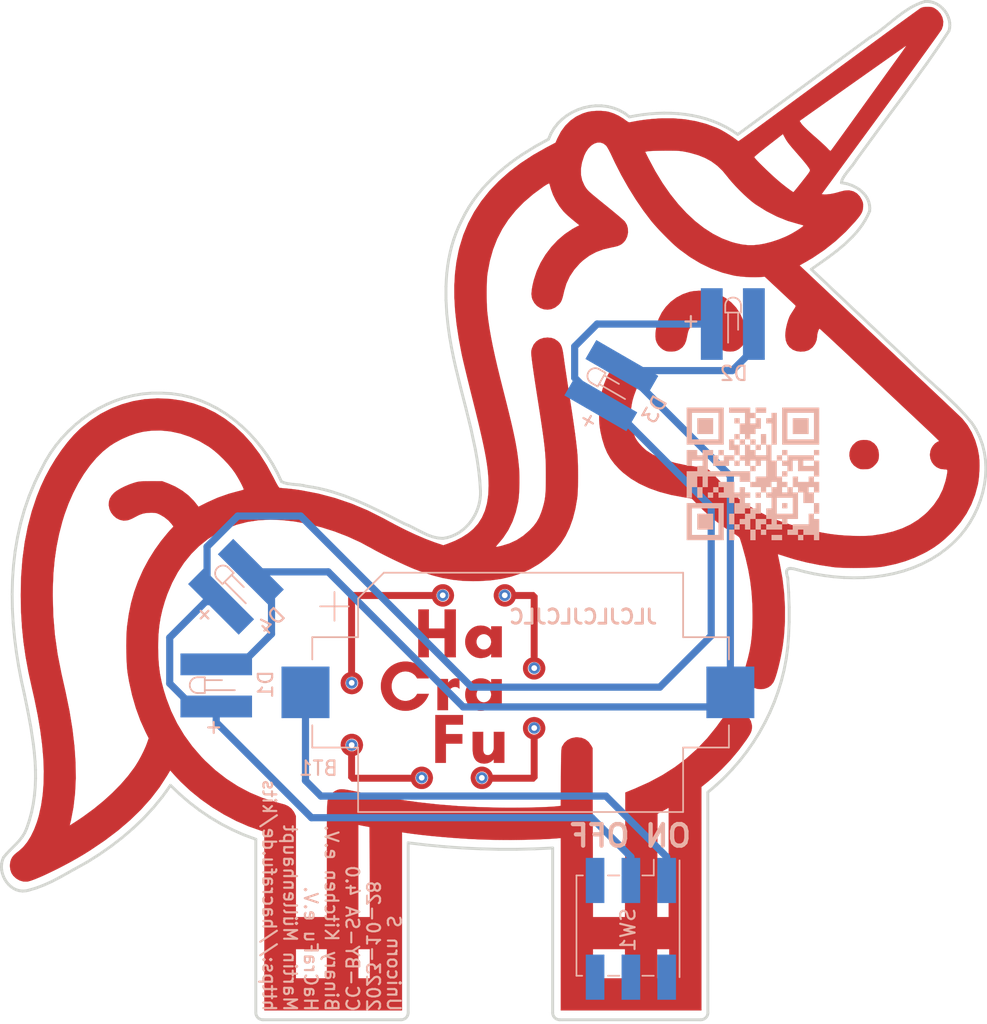
<source format=kicad_pcb>
(kicad_pcb (version 20221018) (generator pcbnew)
  (title_block (date "2023-10-28"))
  (layers (0 "F.Cu" signal) (31 "B.Cu" signal) (34 "B.Paste" user) (35 "F.Paste" user) (36 "B.SilkS" user "B.Silkscreen") (37 "F.SilkS" user "F.Silkscreen") (38 "B.Mask" user) (39 "F.Mask" user) (44 "Edge.Cuts" user))
  (net 0 "")
  (net 1 "+3V0")
  (net 2 "GND")
  (net 3 "VCC")
  (footprint "hacrafu:unicorn_simple" (layer "F.Cu") (at 193.2 81)
    (fp_text reference "Ref**" hide)
    (fp_text value "Val**" hide)
  )
  (footprint "hacrafu:5mm_SMD-Pad" (layer "B.Cu") (at 173.6 93.4 -90)
    (fp_text reference "D1")
    (fp_text value "LED")
  )
  (footprint "hacrafu:5mm_SMD-Pad" (layer "B.Cu") (at 209.8 68 180)
    (fp_text reference "D2")
    (fp_text value "LED")
  )
  (footprint "hacrafu:5mm_SMD-Pad" (layer "B.Cu") (at 201.2 72.4 -120)
    (fp_text reference "D3")
    (fp_text value "LED")
  )
  (footprint "hacrafu:5mm_SMD-Pad" (layer "B.Cu") (at 175 86.4 -135)
    (fp_text reference "D4")
    (fp_text value "LED")
  )
  (footprint "hacrafu:Batteryholder" (layer "B.Cu") (at 195.0085 93.853)
    (fp_text reference "BT1")
    (fp_text value "Battery_Cell")
  )
  (footprint "hacrafu:Switch_MSS22D18" (layer "B.Cu") (at 202.71 110.23 -90)
    (fp_text reference "SW1")
    (fp_text value "SW_DIP_x01")
  )
  (gr_poly (pts (xy 187.037624 91.704435) (xy 187.107879 91.708687) (xy 187.177334 91.715706) (xy 187.245934 91.725438) (xy 187.313624 91.737828) (xy 187.380349 91.752821) (xy 187.446054 91.770362) (xy 187.510685 91.790396) (xy 187.574187 91.812869) (xy 187.636504 91.837726) (xy 187.697583 91.864911) (xy 187.757368 91.89437) (xy 187.815804 91.926048) (xy 187.872836 91.95989) (xy 187.92841 91.995842) (xy 187.982471 92.033848) (xy 188.034964 92.073854) (xy 188.085834 92.115804) (xy 188.135026 92.159645) (xy 188.182485 92.20532) (xy 188.228157 92.252776) (xy 188.271987 92.301958) (xy 188.31392 92.35281) (xy 188.3539 92.405277) (xy 188.391874 92.459306) (xy 188.427786 92.51484) (xy 188.461582 92.571826) (xy 188.493206 92.630208) (xy 188.522604 92.689932) (xy 188.549721 92.750942) (xy 188.574502 92.813184) (xy 188.596893 92.876603) (xy 187.776848 92.876603) (xy 187.748812 92.821781) (xy 187.716454 92.769714) (xy 187.680054 92.720511) (xy 187.639891 92.674277) (xy 187.596247 92.631122) (xy 187.549402 92.591154) (xy 187.499637 92.55448) (xy 187.447233 92.521209) (xy 187.392468 92.491447) (xy 187.335626 92.465304) (xy 187.276984 92.442886) (xy 187.216826 92.424303) (xy 187.15543 92.409661) (xy 187.093077 92.399069) (xy 187.030048 92.392635) (xy 186.966624 92.390466) (xy 186.916311 92.391822) (xy 186.866691 92.395843) (xy 186.817822 92.402463) (xy 186.769764 92.411614) (xy 186.722577 92.423228) (xy 186.676319 92.437239) (xy 186.63105 92.453579) (xy 186.58683 92.472179) (xy 186.543718 92.492974) (xy 186.501772 92.515895) (xy 186.461053 92.540875) (xy 186.42162 92.567847) (xy 186.383532 92.596743) (xy 186.346848 92.627496) (xy 186.311628 92.660037) (xy 186.277932 92.694301) (xy 186.245817 92.730219) (xy 186.215345 92.767724) (xy 186.186574 92.806749) (xy 186.159563 92.847225) (xy 186.134372 92.889087) (xy 186.11106 92.932265) (xy 186.089687 92.976693) (xy 186.070312 93.022304) (xy 186.052993 93.06903) (xy 186.037792 93.116803) (xy 186.024766 93.165556) (xy 186.013976 93.215222) (xy 186.00548 93.265733) (xy 185.999338 93.317021) (xy 185.995609 93.36902) (xy 185.994353 93.421662) (xy 185.995609 93.474736) (xy 185.999338 93.527112) (xy 186.00548 93.578725) (xy 186.013976 93.629512) (xy 186.024766 93.679406) (xy 186.037792 93.728344) (xy 186.052993 93.77626) (xy 186.070312 93.82309) (xy 186.089687 93.868769) (xy 186.11106 93.913233) (xy 186.134372 93.956416) (xy 186.159563 93.998255) (xy 186.186574 94.038683) (xy 186.215345 94.077637) (xy 186.245817 94.115051) (xy 186.277932 94.150862) (xy 186.311628 94.185003) (xy 186.346848 94.217412) (xy 186.383532 94.248022) (xy 186.42162 94.276768) (xy 186.461053 94.303588) (xy 186.501772 94.328414) (xy 186.543718 94.351184) (xy 186.58683 94.371831) (xy 186.63105 94.390292) (xy 186.676319 94.406502) (xy 186.722577 94.420395) (xy 186.769764 94.431908) (xy 186.817822 94.440974) (xy 186.866691 94.447531) (xy 186.916311 94.451512) (xy 186.966624 94.452854) (xy 186.998814 94.452267) (xy 187.030913 94.450521) (xy 187.062885 94.447634) (xy 187.094698 94.443628) (xy 187.126316 94.43852) (xy 187.157706 94.432332) (xy 187.188834 94.425083) (xy 187.219665 94.416793) (xy 187.250165 94.407481) (xy 187.280299 94.397168) (xy 187.310035 94.385873) (xy 187.339337 94.373616) (xy 187.368172 94.360416) (xy 187.396505 94.346295) (xy 187.424302 94.33127) (xy 187.451529 94.315362) (xy 187.478152 94.298591) (xy 187.504137 94.280977) (xy 187.529449 94.262539) (xy 187.554054 94.243298) (xy 187.577919 94.223272) (xy 187.601008 94.202482) (xy 187.623288 94.180947) (xy 187.644725 94.158688) (xy 187.665284 94.135724) (xy 187.684932 94.112074) (xy 187.703633 94.087759) (xy 187.721355 94.062799) (xy 187.738063 94.037213) (xy 187.753722 94.011021) (xy 187.768298 93.984242) (xy 187.781758 93.956897) (xy 188.601803 93.956897) (xy 188.554577 94.083479) (xy 188.497906 94.205125) (xy 188.432244 94.321392) (xy 188.358044 94.431831) (xy 188.275759 94.535999) (xy 188.185842 94.633447) (xy 188.088747 94.723732) (xy 187.984926 94.806406) (xy 187.874833 94.881024) (xy 187.758921 94.947139) (xy 187.637643 95.004307) (xy 187.511452 95.05208) (xy 187.380802 95.090014) (xy 187.246145 95.117661) (xy 187.177455 95.127488) (xy 187.107934 95.134576) (xy 187.037638 95.13887) (xy 186.966624 95.140314) (xy 186.878311 95.138074) (xy 186.791143 95.131425) (xy 186.705229 95.120476) (xy 186.620676 95.105337) (xy 186.537595 95.086115) (xy 186.456093 95.062921) (xy 186.37628 95.035862) (xy 186.298265 95.005047) (xy 186.222155 94.970585) (xy 186.148061 94.932585) (xy 186.07609 94.891156) (xy 186.006352 94.846407) (xy 185.938955 94.798446) (xy 185.874008 94.747382) (xy 185.81162 94.693324) (xy 185.7519 94.63638) (xy 185.694957 94.57666) (xy 185.640899 94.514273) (xy 185.589834 94.449326) (xy 185.541873 94.381929) (xy 185.497124 94.312191) (xy 185.455695 94.240221) (xy 185.417695 94.166127) (xy 185.383233 94.090018) (xy 185.352418 94.012002) (xy 185.325359 93.93219) (xy 185.302164 93.850689) (xy 185.282943 93.767608) (xy 185.267804 93.683056) (xy 185.256855 93.597142) (xy 185.250206 93.509974) (xy 185.247966 93.421662) (xy 185.250206 93.33335) (xy 185.256855 93.246182) (xy 185.267804 93.160268) (xy 185.282943 93.075715) (xy 185.302164 92.992634) (xy 185.325359 92.911133) (xy 185.352418 92.83132) (xy 185.383233 92.753304) (xy 185.417695 92.677195) (xy 185.455695 92.6031) (xy 185.497124 92.53113) (xy 185.541873 92.461391) (xy 185.589834 92.393995) (xy 185.640899 92.329048) (xy 185.694957 92.26666) (xy 185.7519 92.20694) (xy 185.81162 92.149997) (xy 185.874008 92.095938) (xy 185.938955 92.044874) (xy 186.006352 91.996913) (xy 186.07609 91.952164) (xy 186.148061 91.910734) (xy 186.222155 91.872735) (xy 186.298265 91.838273) (xy 186.37628 91.807458) (xy 186.456093 91.780399) (xy 186.537595 91.757204) (xy 186.620676 91.737983) (xy 186.705229 91.722844) (xy 186.791143 91.711895) (xy 186.878311 91.705246) (xy 186.966624 91.703006)) (stroke (width 0.012)) (fill solid) (layer "F.Cu"))
  (gr_poly (pts (xy 192.263839 92.877542) (xy 192.315257 92.880438) (xy 192.36643 92.885406) (xy 192.417236 92.892561) (xy 192.467553 92.902017) (xy 192.517258 92.91389) (xy 192.56623 92.928295) (xy 192.614346 92.945347) (xy 192.661483 92.965162) (xy 192.70752 92.987853) (xy 192.752334 93.013537) (xy 192.795803 93.042328) (xy 192.837804 93.074341) (xy 192.878216 93.109692) (xy 192.897788 93.128656) (xy 192.916917 93.148496) (xy 192.935587 93.169229) (xy 192.953783 93.190868) (xy 192.953783 92.930617) (xy 193.690347 92.930617) (xy 193.690347 95.091215) (xy 192.953783 95.091215) (xy 192.953783 94.830958) (xy 192.939475 94.851287) (xy 192.9242 94.870848) (xy 192.890905 94.907694) (xy 192.854216 94.941562) (xy 192.814447 94.972517) (xy 192.771917 95.000624) (xy 192.726941 95.025947) (xy 192.679836 95.048551) (xy 192.630918 95.0685) (xy 192.580505 95.08586) (xy 192.528911 95.100695) (xy 192.476454 95.113071) (xy 192.423451 95.123051) (xy 192.370217 95.1307) (xy 192.317069 95.136084) (xy 192.264324 95.139267) (xy 192.212299 95.140313) (xy 192.15521 95.138774) (xy 192.09907 95.134211) (xy 192.043936 95.12671) (xy 191.989863 95.116356) (xy 191.936908 95.103232) (xy 191.885129 95.087423) (xy 191.834581 95.069014) (xy 191.785322 95.04809) (xy 191.737408 95.024734) (xy 191.690896 94.999031) (xy 191.645842 94.971066) (xy 191.602303 94.940924) (xy 191.560336 94.908688) (xy 191.519997 94.874444) (xy 191.481343 94.838275) (xy 191.444431 94.800267) (xy 191.409317 94.760504) (xy 191.376057 94.71907) (xy 191.34471 94.67605) (xy 191.31533 94.631529) (xy 191.287976 94.58559) (xy 191.262702 94.538319) (xy 191.239567 94.4898) (xy 191.218627 94.440117) (xy 191.199938 94.389356) (xy 191.183557 94.337599) (xy 191.169541 94.284933) (xy 191.157946 94.231442) (xy 191.14883 94.177209) (xy 191.142248 94.12232) (xy 191.138257 94.06686) (xy 191.136914 94.010911) (xy 191.922586 94.010911) (xy 191.923229 94.037519) (xy 191.925139 94.063913) (xy 191.928291 94.090052) (xy 191.932656 94.115893) (xy 191.938208 94.141397) (xy 191.94492 94.166521) (xy 191.952765 94.191224) (xy 191.961716 94.215466) (xy 191.971746 94.239203) (xy 191.982828 94.262396) (xy 191.994935 94.285002) (xy 192.008039 94.306981) (xy 192.022115 94.328291) (xy 192.037135 94.34889) (xy 192.053073 94.368738) (xy 192.0699 94.387793) (xy 192.08759 94.406013) (xy 192.106117 94.423358) (xy 192.125453 94.439785) (xy 192.145571 94.455254) (xy 192.166444 94.469723) (xy 192.188046 94.483151) (xy 192.210349 94.495496) (xy 192.233326 94.506718) (xy 192.256951 94.516774) (xy 192.281196 94.525623) (xy 192.306034 94.533225) (xy 192.331439 94.539537) (xy 192.357384 94.544519) (xy 192.383841 94.548128) (xy 192.410783 94.550324) (xy 192.438184 94.551065) (xy 192.465585 94.550324) (xy 192.492527 94.548128) (xy 192.518984 94.544519) (xy 192.544929 94.539537) (xy 192.570333 94.533225) (xy 192.595172 94.525623) (xy 192.619417 94.516774) (xy 192.643042 94.506718) (xy 192.666019 94.495496) (xy 192.688322 94.483151) (xy 192.709924 94.469723) (xy 192.730797 94.455254) (xy 192.750915 94.439785) (xy 192.770251 94.423358) (xy 192.788778 94.406013) (xy 192.806468 94.387793) (xy 192.823295 94.368738) (xy 192.839233 94.34889) (xy 192.854253 94.328291) (xy 192.868329 94.306981) (xy 192.881433 94.285002) (xy 192.89354 94.262396) (xy 192.904622 94.239203) (xy 192.914652 94.215466) (xy 192.923603 94.191224) (xy 192.931448 94.166521) (xy 192.93816 94.141397) (xy 192.943712 94.115893) (xy 192.948078 94.090052) (xy 192.951229 94.063913) (xy 192.95314 94.037519) (xy 192.953783 94.010911) (xy 192.95314 93.984304) (xy 192.951229 93.957911) (xy 192.948078 93.931773) (xy 192.943712 93.905932) (xy 192.93816 93.88043) (xy 192.931448 93.855306) (xy 192.923603 93.830603) (xy 192.914652 93.806363) (xy 192.904622 93.782626) (xy 192.89354 93.759434) (xy 192.881433 93.736828) (xy 192.868329 93.714849) (xy 192.854253 93.69354) (xy 192.839233 93.672941) (xy 192.823295 93.653094) (xy 192.806468 93.634039) (xy 192.788778 93.615819) (xy 192.770251 93.598475) (xy 192.750915 93.582048) (xy 192.730797 93.566579) (xy 192.709924 93.55211) (xy 192.688322 93.538683) (xy 192.666019 93.526337) (xy 192.643042 93.515116) (xy 192.619417 93.50506) (xy 192.595172 93.496211) (xy 192.570333 93.488609) (xy 192.544929 93.482297) (xy 192.518984 93.477316) (xy 192.492527 93.473707) (xy 192.465585 93.471511) (xy 192.438184 93.470769) (xy 192.410783 93.471511) (xy 192.383841 93.473707) (xy 192.357384 93.477316) (xy 192.33144 93.482297) (xy 192.306035 93.488609) (xy 192.281196 93.496211) (xy 192.256951 93.50506) (xy 192.233327 93.515116) (xy 192.210349 93.526337) (xy 192.188046 93.538683) (xy 192.166445 93.55211) (xy 192.145571 93.566579) (xy 192.125453 93.582048) (xy 192.106117 93.598475) (xy 192.087591 93.615819) (xy 192.0699 93.634039) (xy 192.053073 93.653094) (xy 192.037136 93.672941) (xy 192.022116 93.69354) (xy 192.00804 93.714849) (xy 191.994935 93.736828) (xy 191.982828 93.759434) (xy 191.971746 93.782626) (xy 191.961716 93.806363) (xy 191.952765 93.830603) (xy 191.94492 93.855306) (xy 191.938208 93.88043) (xy 191.932656 93.905932) (xy 191.928291 93.931773) (xy 191.925139 93.957911) (xy 191.923229 93.984304) (xy 191.922586 94.010911) (xy 191.136914 94.010911) (xy 191.138257 93.95495) (xy 191.142248 93.899449) (xy 191.14883 93.844495) (xy 191.157946 93.790173) (xy 191.169541 93.736571) (xy 191.183557 93.683774) (xy 191.199938 93.63187) (xy 191.218627 93.580943) (xy 191.239567 93.531081) (xy 191.262702 93.48237) (xy 191.287976 93.434896) (xy 191.31533 93.388746) (xy 191.34471 93.344005) (xy 191.376057 93.300761) (xy 191.409317 93.259099) (xy 191.444431 93.219106) (xy 191.481343 93.180868) (xy 191.519997 93.144471) (xy 191.560336 93.110002) (xy 191.602303 93.077547) (xy 191.645842 93.047192) (xy 191.690896 93.019024) (xy 191.737408 92.993129) (xy 191.785322 92.969594) (xy 191.834581 92.948504) (xy 191.885129 92.929945) (xy 191.936908 92.914006) (xy 191.989863 92.90077) (xy 192.043936 92.890326) (xy 192.09907 92.882759) (xy 192.15521 92.878155) (xy 192.212299 92.876602)) (stroke (width 0.012)) (fill solid) (layer "F.Cu"))
  (gr_poly (pts (xy 192.263839 89.194706) (xy 192.315257 89.197603) (xy 192.36643 89.202571) (xy 192.417236 89.209725) (xy 192.467553 89.219182) (xy 192.517258 89.231056) (xy 192.56623 89.245461) (xy 192.614346 89.262513) (xy 192.661483 89.282328) (xy 192.70752 89.305019) (xy 192.752334 89.330703) (xy 192.795803 89.359495) (xy 192.837804 89.391508) (xy 192.878216 89.426859) (xy 192.897788 89.445822) (xy 192.916917 89.465663) (xy 192.935587 89.486395) (xy 192.953783 89.508034) (xy 192.953783 89.247783) (xy 193.690347 89.247783) (xy 193.690347 91.40838) (xy 192.953783 91.40838) (xy 192.953783 91.148123) (xy 192.939475 91.168452) (xy 192.9242 91.188013) (xy 192.890905 91.224859) (xy 192.854216 91.258728) (xy 192.814447 91.289684) (xy 192.771917 91.31779) (xy 192.726941 91.343113) (xy 192.679836 91.365717) (xy 192.630918 91.385666) (xy 192.580505 91.403026) (xy 192.528911 91.417861) (xy 192.476454 91.430236) (xy 192.423451 91.440216) (xy 192.370217 91.447865) (xy 192.317069 91.453249) (xy 192.264324 91.456432) (xy 192.212299 91.457478) (xy 192.15521 91.455938) (xy 192.09907 91.451376) (xy 192.043936 91.443875) (xy 191.989863 91.433521) (xy 191.936908 91.420397) (xy 191.885129 91.404588) (xy 191.834581 91.386179) (xy 191.785322 91.365255) (xy 191.737408 91.341899) (xy 191.690896 91.316196) (xy 191.645842 91.288231) (xy 191.602303 91.258089) (xy 191.560336 91.225853) (xy 191.519997 91.191609) (xy 191.481343 91.15544) (xy 191.444431 91.117432) (xy 191.409317 91.077669) (xy 191.376057 91.036235) (xy 191.34471 90.993216) (xy 191.31533 90.948694) (xy 191.287976 90.902756) (xy 191.262702 90.855485) (xy 191.239567 90.806966) (xy 191.218627 90.757283) (xy 191.199938 90.706522) (xy 191.183557 90.654766) (xy 191.169541 90.6021) (xy 191.157946 90.548608) (xy 191.14883 90.494376) (xy 191.142248 90.439487) (xy 191.138257 90.384027) (xy 191.136914 90.328079) (xy 191.922586 90.328079) (xy 191.923229 90.354686) (xy 191.925139 90.38108) (xy 191.928291 90.407218) (xy 191.932656 90.433059) (xy 191.938208 90.458563) (xy 191.94492 90.483687) (xy 191.952765 90.50839) (xy 191.961716 90.532631) (xy 191.971746 90.556368) (xy 191.982828 90.579561) (xy 191.994935 90.602167) (xy 192.008039 90.624146) (xy 192.022115 90.645456) (xy 192.037135 90.666055) (xy 192.053073 90.685903) (xy 192.0699 90.704957) (xy 192.08759 90.723177) (xy 192.106117 90.740522) (xy 192.125453 90.756949) (xy 192.145571 90.772418) (xy 192.166444 90.786887) (xy 192.188046 90.800315) (xy 192.210349 90.81266) (xy 192.233326 90.823882) (xy 192.256951 90.833938) (xy 192.281196 90.842787) (xy 192.306034 90.850389) (xy 192.331439 90.856701) (xy 192.357384 90.861683) (xy 192.383841 90.865292) (xy 192.410783 90.867488) (xy 192.438184 90.868229) (xy 192.465585 90.867488) (xy 192.492527 90.865292) (xy 192.518984 90.861683) (xy 192.544929 90.856701) (xy 192.570333 90.850389) (xy 192.595172 90.842787) (xy 192.619417 90.833938) (xy 192.643042 90.823882) (xy 192.666019 90.81266) (xy 192.688322 90.800315) (xy 192.709924 90.786887) (xy 192.730797 90.772418) (xy 192.750915 90.756949) (xy 192.770251 90.740522) (xy 192.788778 90.723177) (xy 192.806468 90.704957) (xy 192.823295 90.685903) (xy 192.839233 90.666055) (xy 192.854253 90.645456) (xy 192.868329 90.624146) (xy 192.881433 90.602167) (xy 192.89354 90.579561) (xy 192.904622 90.556368) (xy 192.914652 90.532631) (xy 192.923603 90.50839) (xy 192.931448 90.483687) (xy 192.93816 90.458563) (xy 192.943712 90.433059) (xy 192.948078 90.407218) (xy 192.951229 90.38108) (xy 192.95314 90.354686) (xy 192.953783 90.328079) (xy 192.95314 90.301471) (xy 192.951229 90.275078) (xy 192.948078 90.248941) (xy 192.943712 90.2231) (xy 192.93816 90.197597) (xy 192.931448 90.172473) (xy 192.923603 90.14777) (xy 192.914652 90.12353) (xy 192.904622 90.099792) (xy 192.89354 90.0766) (xy 192.881433 90.053994) (xy 192.868329 90.032016) (xy 192.854253 90.010706) (xy 192.839233 89.990107) (xy 192.823295 89.97026) (xy 192.806468 89.951205) (xy 192.788778 89.932985) (xy 192.770251 89.915641) (xy 192.750915 89.899213) (xy 192.730797 89.883744) (xy 192.709924 89.869275) (xy 192.688322 89.855848) (xy 192.666019 89.843502) (xy 192.643042 89.832281) (xy 192.619417 89.822225) (xy 192.595172 89.813375) (xy 192.570333 89.805774) (xy 192.544929 89.799462) (xy 192.518984 89.79448) (xy 192.492527 89.790871) (xy 192.465585 89.788675) (xy 192.438184 89.787934) (xy 192.410783 89.788675) (xy 192.383841 89.790871) (xy 192.357384 89.79448) (xy 192.33144 89.799462) (xy 192.306035 89.805774) (xy 192.281196 89.813375) (xy 192.256951 89.822225) (xy 192.233327 89.832281) (xy 192.210349 89.843502) (xy 192.188046 89.855848) (xy 192.166445 89.869275) (xy 192.145571 89.883744) (xy 192.125453 89.899213) (xy 192.106117 89.915641) (xy 192.087591 89.932985) (xy 192.0699 89.951205) (xy 192.053073 89.97026) (xy 192.037136 89.990107) (xy 192.022116 90.010706) (xy 192.00804 90.032016) (xy 191.994935 90.053994) (xy 191.982828 90.0766) (xy 191.971746 90.099792) (xy 191.961716 90.12353) (xy 191.952765 90.14777) (xy 191.94492 90.172473) (xy 191.938208 90.197597) (xy 191.932656 90.2231) (xy 191.928291 90.248941) (xy 191.925139 90.275078) (xy 191.923229 90.301471) (xy 191.922586 90.328079) (xy 191.136914 90.328079) (xy 191.138257 90.272117) (xy 191.142248 90.216616) (xy 191.14883 90.161661) (xy 191.157946 90.107339) (xy 191.169541 90.053737) (xy 191.183557 90.00094) (xy 191.199938 89.949035) (xy 191.218627 89.898109) (xy 191.239567 89.848247) (xy 191.262702 89.799536) (xy 191.287976 89.752062) (xy 191.31533 89.705911) (xy 191.34471 89.66117) (xy 191.376057 89.617926) (xy 191.409317 89.576264) (xy 191.444431 89.536271) (xy 191.481343 89.498032) (xy 191.519997 89.461635) (xy 191.560336 89.427166) (xy 191.602303 89.394711) (xy 191.645842 89.364357) (xy 191.690896 89.336189) (xy 191.737408 89.310294) (xy 191.785322 89.286758) (xy 191.834581 89.265668) (xy 191.885129 89.24711) (xy 191.936908 89.23117) (xy 191.989863 89.217935) (xy 192.043936 89.207491) (xy 192.09907 89.199923) (xy 192.15521 89.19532) (xy 192.212299 89.193766)) (stroke (width 0.012)) (fill solid) (layer "F.Cu"))
  (gr_poly (pts (xy 183.260697 96.750704) (xy 183.300022 96.753717) (xy 183.338791 96.758676) (xy 183.376954 96.765534) (xy 183.41446 96.774239) (xy 183.451261 96.784743) (xy 183.487306 96.796996) (xy 183.522546 96.810948) (xy 183.556931 96.826549) (xy 183.590412 96.84375) (xy 183.622939 96.862502) (xy 183.654462 96.882753) (xy 183.684931 96.904456) (xy 183.714298 96.92756) (xy 183.742511 96.952015) (xy 183.769522 96.977772) (xy 183.795281 97.004782) (xy 183.819738 97.032994) (xy 183.842843 97.062359) (xy 183.864547 97.092827) (xy 183.884801 97.124348) (xy 183.903553 97.156874) (xy 183.920756 97.190353) (xy 183.936359 97.224738) (xy 183.950312 97.259977) (xy 183.962565 97.296021) (xy 183.97307 97.332821) (xy 183.981777 97.370327) (xy 183.988635 97.408489) (xy 183.993595 97.447258) (xy 183.996607 97.486584) (xy 183.997623 97.526417) (xy 183.996922 97.55952) (xy 183.994838 97.592284) (xy 183.9914 97.624679) (xy 183.986637 97.656677) (xy 183.980576 97.68825) (xy 183.973246 97.719369) (xy 183.964676 97.750005) (xy 183.954894 97.780129) (xy 183.943928 97.809714) (xy 183.931807 97.83873) (xy 183.91856 97.867149) (xy 183.904214 97.894942) (xy 183.888798 97.922081) (xy 183.872342 97.948537) (xy 183.854872 97.974281) (xy 183.836418 97.999284) (xy 183.817008 98.023519) (xy 183.796671 98.046956) (xy 183.775435 98.069567) (xy 183.753328 98.091323) (xy 183.730378 98.112196) (xy 183.706616 98.132156) (xy 183.682068 98.151176) (xy 183.656763 98.169227) (xy 183.63073 98.186279) (xy 183.603997 98.202306) (xy 183.576592 98.217277) (xy 183.548545 98.231164) (xy 183.519883 98.243938) (xy 183.490635 98.255572) (xy 183.460829 98.266036) (xy 183.430494 98.275302) (xy 183.442215 98.275302) (xy 183.442215 99.607469) (xy 187.355557 99.607469) (xy 187.375322 99.547435) (xy 187.399728 99.489619) (xy 187.42855 99.434248) (xy 187.461563 99.38155) (xy 187.498542 99.331755) (xy 187.539261 99.28509) (xy 187.583495 99.241785) (xy 187.63102 99.202068) (xy 187.681608 99.166168) (xy 187.735036 99.134313) (xy 187.791078 99.106731) (xy 187.849509 99.083652) (xy 187.910103 99.065304) (xy 187.941141 99.057975) (xy 187.972635 99.051915) (xy 188.004557 99.047151) (xy 188.03688 99.043714) (xy 188.069574 99.04163) (xy 188.102612 99.040929) (xy 188.142449 99.041948) (xy 188.181786 99.044972) (xy 188.220573 99.049951) (xy 188.258761 99.056834) (xy 188.296298 99.065571) (xy 188.333135 99.076112) (xy 188.369222 99.088407) (xy 188.404508 99.102406) (xy 188.438943 99.118059) (xy 188.472477 99.135314) (xy 188.50506 99.154123) (xy 188.536642 99.174436) (xy 188.567172 99.196201) (xy 188.596601 99.219368) (xy 188.624878 99.243888) (xy 188.651953 99.269711) (xy 188.677775 99.296786) (xy 188.702296 99.325063) (xy 188.725463 99.354491) (xy 188.747228 99.385021) (xy 188.767541 99.416603) (xy 188.78635 99.449186) (xy 188.803606 99.482721) (xy 188.819258 99.517156) (xy 188.833257 99.552442) (xy 188.845552 99.588529) (xy 188.856094 99.625366) (xy 188.864831 99.662903) (xy 188.871714 99.701091) (xy 188.876693 99.739878) (xy 188.879716 99.779216) (xy 188.880736 99.819052) (xy 188.879716 99.858885) (xy 188.876693 99.89821) (xy 188.871714 99.936978) (xy 188.864831 99.97514) (xy 188.856094 100.012646) (xy 188.845552 100.049446) (xy 188.833257 100.08549) (xy 188.819258 100.120729) (xy 188.803606 100.155113) (xy 188.78635 100.188593) (xy 188.767541 100.221118) (xy 188.747228 100.25264) (xy 188.725463 100.283108) (xy 188.702296 100.312473) (xy 188.677775 100.340685) (xy 188.651953 100.367694) (xy 188.624878 100.393452) (xy 188.596601 100.417907) (xy 188.567172 100.441011) (xy 188.536642 100.462714) (xy 188.50506 100.482966) (xy 188.472477 100.501718) (xy 188.438943 100.518919) (xy 188.404508 100.534521) (xy 188.369222 100.548473) (xy 188.333135 100.560726) (xy 188.296298 100.57123) (xy 188.258761 100.579936) (xy 188.220573 100.586793) (xy 188.181786 100.591753) (xy 188.142449 100.594765) (xy 188.102612 100.59578) (xy 188.071336 100.595155) (xy 188.040366 100.593295) (xy 188.009725 100.590224) (xy 187.979438 100.585966) (xy 187.949529 100.580545) (xy 187.92002 100.573985) (xy 187.890937 100.56631) (xy 187.862304 100.557544) (xy 187.834143 100.547711) (xy 187.806479 100.536835) (xy 187.779337 100.52494) (xy 187.752739 100.512049) (xy 187.72671 100.498187) (xy 187.701274 100.483378) (xy 187.676455 100.467646) (xy 187.652276 100.451014) (xy 187.628762 100.433507) (xy 187.605936 100.415148) (xy 187.583822 100.395962) (xy 187.562445 100.375972) (xy 187.541828 100.355202) (xy 187.521995 100.333677) (xy 187.50297 100.311421) (xy 187.484777 100.288456) (xy 187.46744 100.264808) (xy 187.450982 100.2405) (xy 187.435428 100.215556) (xy 187.420802 100.19) (xy 187.407128 100.163857) (xy 187.394428 100.137149) (xy 187.382729 100.109901) (xy 187.372052 100.082138) (xy 183.205547 100.082138) (xy 182.96891 99.844106) (xy 182.96891 99.819053) (xy 187.657181 99.819053) (xy 187.657754 99.842177) (xy 187.659456 99.864974) (xy 187.662259 99.887418) (xy 187.666136 99.909481) (xy 187.671062 99.931138) (xy 187.67701 99.952362) (xy 187.683952 99.973125) (xy 187.691861 99.993402) (xy 187.700713 100.013165) (xy 187.710478 100.032388) (xy 187.721132 100.051043) (xy 187.732646 100.069105) (xy 187.744995 100.086546) (xy 187.758152 100.10334) (xy 187.772089 100.119461) (xy 187.786781 100.13488) (xy 187.8022 100.149572) (xy 187.81832 100.16351) (xy 187.835114 100.176667) (xy 187.852555 100.189016) (xy 187.870617 100.200531) (xy 187.889272 100.211185) (xy 187.908495 100.220951) (xy 187.928258 100.229802) (xy 187.948535 100.237712) (xy 187.969299 100.244655) (xy 187.990523 100.250602) (xy 188.012181 100.255528) (xy 188.034245 100.259406) (xy 188.05669 100.262209) (xy 188.079487 100.263911) (xy 188.102612 100.264484) (xy 188.12574 100.263911) (xy 188.148549 100.262209) (xy 188.171013 100.259406) (xy 188.193102 100.255528) (xy 188.214791 100.250602) (xy 188.236052 100.244655) (xy 188.256858 100.237712) (xy 188.277182 100.229802) (xy 188.296996 100.220951) (xy 188.316274 100.211185) (xy 188.334987 100.200531) (xy 188.353109 100.189016) (xy 188.370612 100.176667) (xy 188.38747 100.16351) (xy 188.403655 100.149572) (xy 188.419139 100.13488) (xy 188.433896 100.119461) (xy 188.447898 100.10334) (xy 188.461119 100.086546) (xy 188.47353 100.069105) (xy 188.485105 100.051043) (xy 188.495816 100.032388) (xy 188.505636 100.013165) (xy 188.514539 99.993402) (xy 188.522496 99.973125) (xy 188.52948 99.952362) (xy 188.535465 99.931138) (xy 188.540422 99.909481) (xy 188.544325 99.887418) (xy 188.547147 99.864974) (xy 188.54886 99.842177) (xy 188.549437 99.819053) (xy 188.54886 99.795925) (xy 188.547147 99.773115) (xy 188.544325 99.750651) (xy 188.540422 99.728561) (xy 188.535465 99.706872) (xy 188.52948 99.68561) (xy 188.522496 99.664804) (xy 188.514539 99.64448) (xy 188.505636 99.624666) (xy 188.495816 99.605389) (xy 188.485105 99.586675) (xy 188.47353 99.568553) (xy 188.461119 99.55105) (xy 188.447898 99.534192) (xy 188.433896 99.518008) (xy 188.419139 99.502523) (xy 188.403655 99.487767) (xy 188.38747 99.473764) (xy 188.370612 99.460544) (xy 188.353109 99.448133) (xy 188.334987 99.436558) (xy 188.316274 99.425847) (xy 188.296996 99.416027) (xy 188.277182 99.407125) (xy 188.256858 99.399168) (xy 188.236052 99.392184) (xy 188.214791 99.3862) (xy 188.193102 99.381242) (xy 188.171013 99.377339) (xy 188.148549 99.374518) (xy 188.12574 99.372805) (xy 188.102612 99.372228) (xy 188.079487 99.372805) (xy 188.05669 99.374518) (xy 188.034245 99.37734) (xy 188.012181 99.381243) (xy 187.990523 99.386201) (xy 187.969299 99.392185) (xy 187.948535 99.399169) (xy 187.928258 99.407126) (xy 187.908495 99.416028) (xy 187.889272 99.425848) (xy 187.870617 99.436559) (xy 187.852555 99.448134) (xy 187.835114 99.460545) (xy 187.81832 99.473765) (xy 187.8022 99.487767) (xy 187.786781 99.502524) (xy 187.772089 99.518008) (xy 187.758152 99.534193) (xy 187.744995 99.55105) (xy 187.732646 99.568554) (xy 187.721132 99.586676) (xy 187.710478 99.605389) (xy 187.700713 99.624666) (xy 187.691861 99.64448) (xy 187.683952 99.664804) (xy 187.67701 99.68561) (xy 187.671062 99.706872) (xy 187.666136 99.728561) (xy 187.662259 99.750651) (xy 187.659456 99.773115) (xy 187.657754 99.795925) (xy 187.657181 99.819053) (xy 182.96891 99.819053) (xy 182.96891 98.275302) (xy 183.01114 98.275302) (xy 182.950931 98.255573) (xy 182.89294 98.231165) (xy 182.837397 98.202307) (xy 182.784533 98.169228) (xy 182.734577 98.132158) (xy 182.687759 98.091325) (xy 182.644309 98.046959) (xy 182.604456 97.999287) (xy 182.568432 97.94854) (xy 182.536464 97.894945) (xy 182.508784 97.838733) (xy 182.485622 97.780132) (xy 182.467206 97.719371) (xy 182.45985 97.688252) (xy 182.453768 97.656679) (xy 182.448987 97.62468) (xy 182.445536 97.592284) (xy 182.443444 97.559521) (xy 182.442741 97.526417) (xy 182.774038 97.526417) (xy 182.774615 97.549545) (xy 182.776328 97.572353) (xy 182.77915 97.594816) (xy 182.783054 97.616905) (xy 182.788011 97.638593) (xy 182.793996 97.659854) (xy 182.80098 97.68066) (xy 182.808937 97.700983) (xy 182.81784 97.720797) (xy 182.82766 97.740075) (xy 182.838371 97.758788) (xy 182.849946 97.77691) (xy 182.862358 97.794413) (xy 182.875578 97.811271) (xy 182.889581 97.827456) (xy 182.904338 97.842941) (xy 182.919822 97.857698) (xy 182.936007 97.8717) (xy 182.952865 97.884921) (xy 182.970368 97.897333) (xy 182.98849 97.908908) (xy 183.007203 97.919619) (xy 183.026481 97.92944) (xy 183.046295 97.938342) (xy 183.066618 97.9463) (xy 183.087424 97.953284) (xy 183.108685 97.959269) (xy 183.130374 97.964227) (xy 183.152464 97.96813) (xy 183.174927 97.970952) (xy 183.197736 97.972665) (xy 183.220864 97.973242) (xy 183.243988 97.972665) (xy 183.266786 97.970952) (xy 183.289231 97.96813) (xy 183.311296 97.964227) (xy 183.332954 97.959269) (xy 183.354178 97.953284) (xy 183.374943 97.9463) (xy 183.395221 97.938343) (xy 183.414985 97.92944) (xy 183.434209 97.919619) (xy 183.452866 97.908908) (xy 183.470929 97.897333) (xy 183.488372 97.884921) (xy 183.505167 97.871701) (xy 183.521288 97.857698) (xy 183.536709 97.842941) (xy 183.551402 97.827456) (xy 183.565341 97.811271) (xy 183.578499 97.794414) (xy 183.590849 97.77691) (xy 183.602365 97.758788) (xy 183.61302 97.740075) (xy 183.622787 97.720798) (xy 183.631639 97.700984) (xy 183.639551 97.68066) (xy 183.646494 97.659855) (xy 183.652442 97.638594) (xy 183.657368 97.616905) (xy 183.661247 97.594816) (xy 183.66405 97.572353) (xy 183.665752 97.549545) (xy 183.666325 97.526417) (xy 183.665752 97.503293) (xy 183.66405 97.480495) (xy 183.661247 97.458051) (xy 183.657368 97.435987) (xy 183.652442 97.414329) (xy 183.646494 97.393105) (xy 183.639551 97.372342) (xy 183.63164 97.352065) (xy 183.622787 97.332302) (xy 183.61302 97.313079) (xy 183.602365 97.294424) (xy 183.590849 97.276362) (xy 183.578499 97.258921) (xy 183.565341 97.242127) (xy 183.551402 97.226007) (xy 183.536709 97.210588) (xy 183.521288 97.195896) (xy 183.505167 97.181959) (xy 183.488372 97.168802) (xy 183.470929 97.156453) (xy 183.452866 97.144939) (xy 183.434209 97.134285) (xy 183.414985 97.124519) (xy 183.395221 97.115668) (xy 183.374943 97.107758) (xy 183.354179 97.100816) (xy 183.332954 97.094869) (xy 183.311296 97.089943) (xy 183.289231 97.086065) (xy 183.266786 97.083262) (xy 183.243988 97.081561) (xy 183.220864 97.080988) (xy 183.197736 97.08156) (xy 183.174927 97.083261) (xy 183.152464 97.086063) (xy 183.130374 97.08994) (xy 183.108685 97.094866) (xy 183.087424 97.100813) (xy 183.066618 97.107754) (xy 183.046295 97.115664) (xy 183.026481 97.124515) (xy 183.007203 97.134281) (xy 182.98849 97.144934) (xy 182.970368 97.156449) (xy 182.952865 97.168798) (xy 182.936007 97.181955) (xy 182.919822 97.195893) (xy 182.904338 97.210584) (xy 182.88958 97.226004) (xy 182.875578 97.242124) (xy 182.862358 97.258918) (xy 182.849946 97.276359) (xy 182.838371 97.294421) (xy 182.82766 97.313077) (xy 182.81784 97.3323) (xy 182.808937 97.352064) (xy 182.80098 97.372341) (xy 182.793996 97.393105) (xy 182.788011 97.414329) (xy 182.783054 97.435986) (xy 182.77915 97.458051) (xy 182.776328 97.480495) (xy 182.774615 97.503293) (xy 182.774038 97.526417) (xy 182.442741 97.526417) (xy 182.44376 97.486584) (xy 182.446784 97.447258) (xy 182.451762 97.408489) (xy 182.458645 97.370327) (xy 182.467383 97.332821) (xy 182.477924 97.296021) (xy 182.490219 97.259976) (xy 182.504218 97.224737) (xy 182.519871 97.190353) (xy 182.537127 97.156873) (xy 182.555936 97.124348) (xy 182.576248 97.092826) (xy 182.598013 97.062358) (xy 182.621181 97.032993) (xy 182.645701 97.004781) (xy 182.671524 96.977772) (xy 182.698598 96.952015) (xy 182.726875 96.92756) (xy 182.756304 96.904456) (xy 182.786834 96.882753) (xy 182.818416 96.862501) (xy 182.850999 96.84375) (xy 182.884533 96.826549) (xy 182.918969 96.810948) (xy 182.954255 96.796996) (xy 182.990341 96.784743) (xy 183.027178 96.774239) (xy 183.064716 96.765534) (xy 183.102903 96.758676) (xy 183.14169 96.753717) (xy 183.181027 96.750704) (xy 183.220864 96.749689)) (stroke (width 0.012)) (fill solid) (layer "F.Cu"))
  (gr_poly (pts (xy 190.984694 96.102764) (xy 189.786546 96.102764) (xy 189.786546 96.765678) (xy 190.93559 96.765678) (xy 190.93559 97.433497) (xy 189.786545 97.433498) (xy 189.786545 98.774052) (xy 189.04998 98.774052) (xy 189.04998 95.434945) (xy 190.984694 95.434945)) (stroke (width 0.012)) (fill solid) (layer "F.Cu"))
  (gr_poly (pts (xy 193.94396 86.30896) (xy 193.976159 86.310979) (xy 194.008004 86.314311) (xy 194.039469 86.318928) (xy 194.070525 86.324804) (xy 194.101146 86.33191) (xy 194.131304 86.340221) (xy 194.160973 86.349708) (xy 194.190125 86.360344) (xy 194.218732 86.372102) (xy 194.246769 86.384955) (xy 194.274207 86.398876) (xy 194.30102 86.413837) (xy 194.327179 86.429811) (xy 194.352659 86.446771) (xy 194.377431 86.46469) (xy 194.40147 86.48354) (xy 194.424746 86.503294) (xy 194.447234 86.523925) (xy 194.468905 86.545406) (xy 194.489734 86.567709) (xy 194.509692 86.590807) (xy 194.528752 86.614673) (xy 194.546888 86.63928) (xy 194.564072 86.664601) (xy 194.580277 86.690608) (xy 194.595475 86.717274) (xy 194.60964 86.744571) (xy 194.622744 86.772473) (xy 194.63476 86.800952) (xy 194.645661 86.829982) (xy 194.65542 86.859534) (xy 195.953512 86.859534) (xy 196.190149 87.097535) (xy 196.190149 91.411349) (xy 196.097534 91.411349) (xy 196.130909 91.418494) (xy 196.163753 91.427058) (xy 196.196031 91.437008) (xy 196.227709 91.448308) (xy 196.258752 91.460925) (xy 196.289126 91.474824) (xy 196.318795 91.489971) (xy 196.347725 91.506332) (xy 196.375881 91.523873) (xy 196.403229 91.542559) (xy 196.429734 91.562356) (xy 196.455362 91.583231) (xy 196.503845 91.628074) (xy 196.548403 91.676814) (xy 196.569122 91.70256) (xy 196.588756 91.729178) (xy 196.60727 91.756633) (xy 196.624629 91.784891) (xy 196.640798 91.813919) (xy 196.655744 91.843681) (xy 196.66943 91.874143) (xy 196.681823 91.905272) (xy 196.692887 91.937034) (xy 196.702589 91.969393) (xy 196.710893 92.002315) (xy 196.717766 92.035768) (xy 196.723171 92.069715) (xy 196.727075 92.104123) (xy 196.729443 92.138959) (xy 196.730239 92.174186) (xy 196.72922 92.214023) (xy 196.726196 92.25336) (xy 196.721218 92.292147) (xy 196.714335 92.330334) (xy 196.705598 92.367871) (xy 196.695057 92.404708) (xy 196.682761 92.440794) (xy 196.668762 92.47608) (xy 196.65311 92.510515) (xy 196.635854 92.54405) (xy 196.617045 92.576633) (xy 196.596733 92.608215) (xy 196.574968 92.638745) (xy 196.5518 92.668174) (xy 196.52728 92.69645) (xy 196.501457 92.723525) (xy 196.474382 92.749348) (xy 196.446106 92.773868) (xy 196.416677 92.797036) (xy 196.386147 92.818801) (xy 196.354565 92.839114) (xy 196.321982 92.857923) (xy 196.288448 92.875179) (xy 196.254013 92.890831) (xy 196.218727 92.90483) (xy 196.18264 92.917126) (xy 196.145803 92.927667) (xy 196.108266 92.936404) (xy 196.070078 92.943287) (xy 196.031291 92.948266) (xy 195.991954 92.95129) (xy 195.952117 92.952309) (xy 195.912285 92.95129) (xy 195.87296 92.948266) (xy 195.834191 92.943287) (xy 195.79603 92.936404) (xy 195.758524 92.927667) (xy 195.721724 92.917126) (xy 195.68568 92.90483) (xy 195.650441 92.890831) (xy 195.616057 92.875179) (xy 195.582578 92.857923) (xy 195.550052 92.839114) (xy 195.51853 92.818801) (xy 195.488062 92.797036) (xy 195.458697 92.773868) (xy 195.430485 92.749348) (xy 195.403476 92.723525) (xy 195.377718 92.69645) (xy 195.353263 92.668174) (xy 195.330159 92.638745) (xy 195.308456 92.608215) (xy 195.288204 92.576633) (xy 195.269452 92.54405) (xy 195.252251 92.510515) (xy 195.236649 92.47608) (xy 195.222697 92.440794) (xy 195.210444 92.404708) (xy 195.19994 92.367871) (xy 195.191234 92.330334) (xy 195.184376 92.292147) (xy 195.179417 92.25336) (xy 195.176404 92.214023) (xy 195.175389 92.174186) (xy 195.506655 92.174186) (xy 195.507228 92.197315) (xy 195.508929 92.220124) (xy 195.511733 92.242587) (xy 195.515611 92.264677) (xy 195.520538 92.286366) (xy 195.526487 92.307627) (xy 195.53343 92.328433) (xy 195.541341 92.348757) (xy 195.550194 92.368571) (xy 195.559961 92.387848) (xy 195.570616 92.406561) (xy 195.582133 92.424683) (xy 195.594483 92.442187) (xy 195.607642 92.459044) (xy 195.621581 92.475229) (xy 195.636274 92.490713) (xy 195.651695 92.50547) (xy 195.667817 92.519473) (xy 195.684612 92.532693) (xy 195.702055 92.545104) (xy 195.720118 92.556679) (xy 195.738775 92.567391) (xy 195.757999 92.577211) (xy 195.777763 92.586113) (xy 195.79804 92.59407) (xy 195.818805 92.601054) (xy 195.840029 92.607039) (xy 195.861687 92.611997) (xy 195.883751 92.6159) (xy 195.906196 92.618722) (xy 195.928993 92.620435) (xy 195.952116 92.621012) (xy 195.975245 92.620435) (xy 195.998054 92.618722) (xy 196.020518 92.6159) (xy 196.042608 92.611997) (xy 196.064297 92.607039) (xy 196.085558 92.601054) (xy 196.106365 92.59407) (xy 196.126689 92.586113) (xy 196.146503 92.577211) (xy 196.165781 92.567391) (xy 196.184494 92.556679) (xy 196.202616 92.545104) (xy 196.22012 92.532693) (xy 196.236978 92.519473) (xy 196.253163 92.50547) (xy 196.268648 92.490713) (xy 196.283405 92.475229) (xy 196.297407 92.459044) (xy 196.310628 92.442187) (xy 196.323039 92.424683) (xy 196.334614 92.406561) (xy 196.345325 92.387848) (xy 196.355145 92.368571) (xy 196.364047 92.348757) (xy 196.372004 92.328433) (xy 196.378988 92.307627) (xy 196.384972 92.286366) (xy 196.389929 92.264677) (xy 196.393832 92.242587) (xy 196.396653 92.220124) (xy 196.398365 92.197315) (xy 196.398941 92.174186) (xy 196.398365 92.151062) (xy 196.396653 92.128264) (xy 196.393832 92.105819) (xy 196.389929 92.083754) (xy 196.384972 92.062095) (xy 196.378988 92.04087) (xy 196.372004 92.020106) (xy 196.364047 91.999828) (xy 196.355145 91.980063) (xy 196.345325 91.96084) (xy 196.334614 91.942183) (xy 196.323039 91.92412) (xy 196.310628 91.906677) (xy 196.297407 91.889882) (xy 196.283405 91.87376) (xy 196.268648 91.85834) (xy 196.253163 91.843647) (xy 196.236978 91.829708) (xy 196.22012 91.81655) (xy 196.202617 91.8042) (xy 196.184495 91.792684) (xy 196.165781 91.782029) (xy 196.146504 91.772262) (xy 196.126689 91.76341) (xy 196.106365 91.755499) (xy 196.085559 91.748556) (xy 196.064297 91.742608) (xy 196.042608 91.737681) (xy 196.020518 91.733803) (xy 195.998054 91.730999) (xy 195.975245 91.729298) (xy 195.952116 91.728725) (xy 195.928993 91.729298) (xy 195.906196 91.730999) (xy 195.883751 91.733803) (xy 195.861687 91.737681) (xy 195.840029 91.742608) (xy 195.818805 91.748556) (xy 195.79804 91.755499) (xy 195.777763 91.76341) (xy 195.757999 91.772262) (xy 195.738775 91.782029) (xy 195.720118 91.792684) (xy 195.702055 91.8042) (xy 195.684612 91.81655) (xy 195.667817 91.829708) (xy 195.651695 91.843647) (xy 195.636274 91.85834) (xy 195.621581 91.87376) (xy 195.607642 91.889882) (xy 195.594483 91.906677) (xy 195.582133 91.92412) (xy 195.570616 91.942183) (xy 195.559961 91.96084) (xy 195.550194 91.980063) (xy 195.541341 91.999828) (xy 195.53343 92.020106) (xy 195.526487 92.04087) (xy 195.520538 92.062095) (xy 195.515611 92.083754) (xy 195.511733 92.105819) (xy 195.508929 92.128264) (xy 195.507228 92.151062) (xy 195.506655 92.174186) (xy 195.175389 92.174186) (xy 195.176183 92.138959) (xy 195.178542 92.104124) (xy 195.18243 92.069716) (xy 195.187815 92.035769) (xy 195.194662 92.002317) (xy 195.202936 91.969395) (xy 195.212604 91.937036) (xy 195.22363 91.905275) (xy 195.235981 91.874146) (xy 195.249622 91.843684) (xy 195.264519 91.813922) (xy 195.280637 91.784894) (xy 195.297943 91.756636) (xy 195.316402 91.729181) (xy 195.33598 91.702564) (xy 195.356642 91.676817) (xy 195.378355 91.651977) (xy 195.401083 91.628077) (xy 195.424793 91.605151) (xy 195.449449 91.583234) (xy 195.475019 91.56236) (xy 195.501468 91.542562) (xy 195.528761 91.523876) (xy 195.556864 91.506335) (xy 195.585742 91.489974) (xy 195.615362 91.474826) (xy 195.645689 91.460927) (xy 195.676689 91.44831) (xy 195.708327 91.437009) (xy 195.74057 91.427059) (xy 195.773382 91.418494) (xy 195.806731 91.411349) (xy 195.71548 91.411349) (xy 195.71548 87.334172) (xy 194.648475 87.334172) (xy 194.626749 87.390662) (xy 194.60083 87.44497) (xy 194.570922 87.496894) (xy 194.537227 87.546232) (xy 194.499949 87.592783) (xy 194.459291 87.636345) (xy 194.415455 87.676716) (xy 194.368644 87.713694) (xy 194.319062 87.747078) (xy 194.266912 87.776665) (xy 194.212395 87.802254) (xy 194.155717 87.823643) (xy 194.097078 87.84063) (xy 194.036683 87.853014) (xy 193.974734 87.860592) (xy 193.943241 87.862516) (xy 193.911435 87.863163) (xy 193.871603 87.862147) (xy 193.832277 87.859135) (xy 193.793509 87.854175) (xy 193.755347 87.847317) (xy 193.717841 87.83861) (xy 193.681041 87.828105) (xy 193.644997 87.815851) (xy 193.609758 87.801898) (xy 193.575374 87.786295) (xy 193.541894 87.769093) (xy 193.509369 87.75034) (xy 193.477847 87.730086) (xy 193.447379 87.708382) (xy 193.418014 87.685277) (xy 193.389802 87.66082) (xy 193.362793 87.635061) (xy 193.337035 87.60805) (xy 193.31258 87.579836) (xy 193.289476 87.55047) (xy 193.267773 87.520001) (xy 193.247521 87.488478) (xy 193.228769 87.455951) (xy 193.211568 87.42247) (xy 193.195967 87.388085) (xy 193.182014 87.352845) (xy 193.169762 87.3168) (xy 193.159257 87.279999) (xy 193.150552 87.242493) (xy 193.143694 87.20433) (xy 193.138735 87.165562) (xy 193.135722 87.126236) (xy 193.134707 87.086404) (xy 193.466005 87.086404) (xy 193.466578 87.109527) (xy 193.468279 87.132325) (xy 193.471082 87.154769) (xy 193.47496 87.176833) (xy 193.479886 87.198491) (xy 193.485833 87.219715) (xy 193.492775 87.24048) (xy 193.500685 87.260757) (xy 193.509536 87.280521) (xy 193.519302 87.299745) (xy 193.529956 87.318402) (xy 193.54147 87.336465) (xy 193.553819 87.353908) (xy 193.566976 87.370703) (xy 193.580914 87.386825) (xy 193.595605 87.402245) (xy 193.611024 87.416939) (xy 193.627144 87.430878) (xy 193.643938 87.444036) (xy 193.661379 87.456387) (xy 193.679441 87.467903) (xy 193.698097 87.478558) (xy 193.71732 87.488326) (xy 193.737083 87.497178) (xy 193.757359 87.50509) (xy 193.778123 87.512033) (xy 193.799347 87.517981) (xy 193.821005 87.522908) (xy 193.843069 87.526786) (xy 193.865513 87.52959) (xy 193.888311 87.531292) (xy 193.911435 87.531865) (xy 193.934563 87.531292) (xy 193.957373 87.52959) (xy 193.979836 87.526786) (xy 194.001926 87.522908) (xy 194.023615 87.517981) (xy 194.044876 87.512033) (xy 194.065682 87.50509) (xy 194.086006 87.497178) (xy 194.10582 87.488326) (xy 194.125097 87.478558) (xy 194.14381 87.467903) (xy 194.161932 87.456387) (xy 194.179435 87.444036) (xy 194.196293 87.430878) (xy 194.212478 87.416939) (xy 194.227962 87.402246) (xy 194.242719 87.386825) (xy 194.256722 87.370703) (xy 194.269942 87.353908) (xy 194.282353 87.336465) (xy 194.293928 87.318402) (xy 194.304639 87.299745) (xy 194.314459 87.280521) (xy 194.323362 87.260757) (xy 194.331319 87.24048) (xy 194.338303 87.219715) (xy 194.344287 87.198491) (xy 194.349245 87.176833) (xy 194.353148 87.154769) (xy 194.35597 87.132325) (xy 194.357683 87.109527) (xy 194.35826 87.086404) (xy 194.357683 87.063275) (xy 194.35597 87.040465) (xy 194.353148 87.018002) (xy 194.349245 86.995912) (xy 194.344287 86.974223) (xy 194.338303 86.952961) (xy 194.331319 86.932155) (xy 194.323362 86.911831) (xy 194.314459 86.892017) (xy 194.304639 86.87274) (xy 194.293928 86.854026) (xy 194.282353 86.835904) (xy 194.269942 86.818401) (xy 194.256722 86.801543) (xy 194.242719 86.785359) (xy 194.227962 86.769875) (xy 194.212478 86.755118) (xy 194.196293 86.741115) (xy 194.179435 86.727895) (xy 194.161932 86.715484) (xy 194.14381 86.70391) (xy 194.125097 86.693198) (xy 194.10582 86.683378) (xy 194.086006 86.674476) (xy 194.065682 86.666519) (xy 194.044876 86.659535) (xy 194.023615 86.653551) (xy 194.001926 86.648593) (xy 193.979836 86.64469) (xy 193.957373 86.641869) (xy 193.934563 86.640156) (xy 193.911435 86.639578) (xy 193.888311 86.640155) (xy 193.865513 86.641868) (xy 193.843069 86.64469) (xy 193.821005 86.648593) (xy 193.799347 86.653551) (xy 193.778123 86.659535) (xy 193.757359 86.666519) (xy 193.737083 86.674476) (xy 193.71732 86.683378) (xy 193.698097 86.693198) (xy 193.679441 86.703909) (xy 193.661379 86.715484) (xy 193.643938 86.727895) (xy 193.627144 86.741115) (xy 193.611024 86.755117) (xy 193.595605 86.769874) (xy 193.580914 86.785359) (xy 193.566976 86.801543) (xy 193.553819 86.818401) (xy 193.54147 86.835904) (xy 193.529956 86.854026) (xy 193.519302 86.872739) (xy 193.509536 86.892017) (xy 193.500685 86.911831) (xy 193.492775 86.932155) (xy 193.485833 86.952961) (xy 193.479886 86.974222) (xy 193.47496 86.995912) (xy 193.471082 87.018002) (xy 193.468279 87.040465) (xy 193.466578 87.063275) (xy 193.466005 87.086404) (xy 193.134707 87.086404) (xy 193.135722 87.046567) (xy 193.138735 87.00723) (xy 193.143694 86.968442) (xy 193.150552 86.930255) (xy 193.159257 86.892717) (xy 193.169761 86.85588) (xy 193.182014 86.819793) (xy 193.195966 86.784507) (xy 193.211568 86.750072) (xy 193.228769 86.716538) (xy 193.247521 86.683955) (xy 193.267773 86.652373) (xy 193.289476 86.621843) (xy 193.31258 86.592414) (xy 193.337035 86.564137) (xy 193.362792 86.537063) (xy 193.389802 86.51124) (xy 193.418014 86.48672) (xy 193.447379 86.463552) (xy 193.477847 86.441787) (xy 193.509368 86.421475) (xy 193.541894 86.402666) (xy 193.575374 86.38541) (xy 193.609758 86.369758) (xy 193.644997 86.355759) (xy 193.681041 86.343464) (xy 193.717841 86.332922) (xy 193.755347 86.324185) (xy 193.793509 86.317302) (xy 193.832277 86.312324) (xy 193.871603 86.3093) (xy 193.911435 86.308281)) (stroke (width 0.012)) (fill solid) (layer "F.Cu"))
  (gr_poly (pts (xy 192.397118 97.841063) (xy 192.398277 97.886745) (xy 192.401789 97.929844) (xy 192.404443 97.95041) (xy 192.407703 97.970311) (xy 192.411577 97.989541) (xy 192.41607 98.008095) (xy 192.421189 98.025965) (xy 192.42694 98.043145) (xy 192.433329 98.05963) (xy 192.440363 98.075412) (xy 192.448049 98.090486) (xy 192.456391 98.104845) (xy 192.465397 98.118482) (xy 192.475073 98.131393) (xy 192.485424 98.14357) (xy 192.496459 98.155006) (xy 192.508182 98.165697) (xy 192.5206 98.175635) (xy 192.533719 98.184814) (xy 192.547546 98.193228) (xy 192.562087 98.20087) (xy 192.577348 98.207735) (xy 192.593335 98.213816) (xy 192.610055 98.219106) (xy 192.627514 98.2236) (xy 192.645719 98.22729) (xy 192.664675 98.230172) (xy 192.684389 98.232238) (xy 192.704868 98.233482) (xy 192.726117 98.233898) (xy 192.747606 98.233171) (xy 192.768783 98.231015) (xy 192.789623 98.227469) (xy 192.810103 98.222572) (xy 192.830199 98.216362) (xy 192.849885 98.208878) (xy 192.869137 98.200158) (xy 192.887932 98.190242) (xy 192.906245 98.179168) (xy 192.924052 98.166974) (xy 192.941328 98.1537) (xy 192.95805 98.139383) (xy 192.974192 98.124063) (xy 192.989731 98.107778) (xy 193.018903 98.072469) (xy 193.045369 98.033765) (xy 193.068937 97.991974) (xy 193.089411 97.947408) (xy 193.106599 97.900373) (xy 193.120305 97.851181) (xy 193.130335 97.80014) (xy 193.136496 97.747559) (xy 193.138593 97.693748) (xy 193.138593 96.608543) (xy 193.875161 96.608543) (xy 193.875161 98.774052) (xy 193.138593 98.774052) (xy 193.138593 98.508882) (xy 193.11 98.543163) (xy 193.079494 98.575961) (xy 193.047118 98.607177) (xy 193.012915 98.63671) (xy 192.976929 98.664459) (xy 192.939202 98.690323) (xy 192.899777 98.714202) (xy 192.858698 98.735995) (xy 192.816008 98.755601) (xy 192.77175 98.77292) (xy 192.725967 98.78785) (xy 192.678702 98.800292) (xy 192.629998 98.810144) (xy 192.579899 98.817306) (xy 192.528448 98.821677) (xy 192.475688 98.823156) (xy 192.422369 98.821998) (xy 192.371045 98.818547) (xy 192.321696 98.812843) (xy 192.274301 98.804924) (xy 192.228841 98.79483) (xy 192.185296 98.782598) (xy 192.143647 98.768268) (xy 192.103873 98.751877) (xy 192.065955 98.733466) (xy 192.029873 98.713071) (xy 191.995608 98.690733) (xy 191.963139 98.66649) (xy 191.932446 98.64038) (xy 191.903511 98.612442) (xy 191.876313 98.582715) (xy 191.850832 98.551237) (xy 191.827048 98.518048) (xy 191.804942 98.483185) (xy 191.784495 98.446687) (xy 191.765685 98.408594) (xy 191.748494 98.368943) (xy 191.732902 98.327774) (xy 191.706434 98.241034) (xy 191.686124 98.148684) (xy 191.671812 98.051032) (xy 191.663341 97.948389) (xy 191.660553 97.841064) (xy 191.660553 96.608542) (xy 192.397118 96.608542)) (stroke (width 0.012)) (fill solid) (layer "F.Cu"))
  (gr_poly (pts (xy 189.617987 86.3093) (xy 189.657324 86.312324) (xy 189.696111 86.317302) (xy 189.734299 86.324185) (xy 189.771836 86.332922) (xy 189.808673 86.343464) (xy 189.84476 86.355759) (xy 189.880046 86.369758) (xy 189.914481 86.38541) (xy 189.948015 86.402666) (xy 189.980599 86.421475) (xy 190.01218 86.441787) (xy 190.042711 86.463552) (xy 190.072139 86.48672) (xy 190.100416 86.51124) (xy 190.127491 86.537063) (xy 190.153313 86.564137) (xy 190.177833 86.592414) (xy 190.201001 86.621843) (xy 190.222766 86.652373) (xy 190.243078 86.683955) (xy 190.261887 86.716538) (xy 190.279143 86.750072) (xy 190.294795 86.784507) (xy 190.308794 86.819793) (xy 190.321089 86.85588) (xy 190.331631 86.892717) (xy 190.340368 86.930255) (xy 190.347251 86.968442) (xy 190.352229 87.00723) (xy 190.355253 87.046567) (xy 190.356272 87.086404) (xy 190.355253 87.126236) (xy 190.352229 87.165562) (xy 190.347251 87.20433) (xy 190.340368 87.242493) (xy 190.331631 87.279999) (xy 190.321089 87.3168) (xy 190.308794 87.352845) (xy 190.294795 87.388085) (xy 190.279143 87.42247) (xy 190.261887 87.455951) (xy 190.243078 87.488478) (xy 190.222766 87.520001) (xy 190.201001 87.55047) (xy 190.177833 87.579836) (xy 190.153313 87.60805) (xy 190.127491 87.635061) (xy 190.100416 87.66082) (xy 190.072139 87.685277) (xy 190.042711 87.708382) (xy 190.01218 87.730086) (xy 189.980599 87.75034) (xy 189.948015 87.769093) (xy 189.914481 87.786295) (xy 189.880046 87.801898) (xy 189.84476 87.815851) (xy 189.808673 87.828105) (xy 189.771836 87.83861) (xy 189.734299 87.847317) (xy 189.696111 87.854175) (xy 189.657324 87.859135) (xy 189.617987 87.862147) (xy 189.57815 87.863163) (xy 189.546346 87.862516) (xy 189.51486 87.860592) (xy 189.483716 87.857416) (xy 189.45294 87.853014) (xy 189.422556 87.84741) (xy 189.392589 87.84063) (xy 189.363066 87.832699) (xy 189.33401 87.823643) (xy 189.305448 87.813486) (xy 189.277404 87.802254) (xy 189.249902 87.789972) (xy 189.22297 87.776665) (xy 189.19663 87.762359) (xy 189.17091 87.747078) (xy 189.145833 87.730848) (xy 189.121425 87.713695) (xy 189.09771 87.695642) (xy 189.074715 87.676716) (xy 189.052464 87.656942) (xy 189.030983 87.636345) (xy 189.010295 87.614951) (xy 188.990428 87.592784) (xy 188.971405 87.569869) (xy 188.953251 87.546232) (xy 188.935993 87.521899) (xy 188.919654 87.496894) (xy 188.904261 87.471242) (xy 188.889838 87.44497) (xy 188.87641 87.418101) (xy 188.864003 87.390662) (xy 188.852641 87.362677) (xy 188.84235 87.334172) (xy 183.442215 87.334172) (xy 183.442215 92.457207) (xy 183.501241 92.47751) (xy 183.55805 92.502328) (xy 183.612422 92.531443) (xy 183.664137 92.564637) (xy 183.712976 92.601691) (xy 183.75872 92.642386) (xy 183.801149 92.686504) (xy 183.840043 92.733825) (xy 183.875183 92.78413) (xy 183.90635 92.837202) (xy 183.933325 92.892822) (xy 183.955887 92.950769) (xy 183.973817 93.010827) (xy 183.980977 93.041579) (xy 183.986896 93.072776) (xy 183.991548 93.104391) (xy 183.994904 93.136397) (xy 183.996938 93.168766) (xy 183.997623 93.201472) (xy 183.996607 93.241308) (xy 183.993595 93.280645) (xy 183.988635 93.319432) (xy 183.981777 93.357619) (xy 183.97307 93.395156) (xy 183.962565 93.431993) (xy 183.950312 93.46808) (xy 183.936359 93.503366) (xy 183.920756 93.537801) (xy 183.903553 93.571335) (xy 183.884801 93.603918) (xy 183.864547 93.6355) (xy 183.842843 93.66603) (xy 183.819738 93.695459) (xy 183.795281 93.723736) (xy 183.769522 93.750811) (xy 183.742511 93.776633) (xy 183.714298 93.801154) (xy 183.684931 93.824322) (xy 183.654462 93.846087) (xy 183.622939 93.866399) (xy 183.590412 93.885208) (xy 183.556931 93.902464) (xy 183.522546 93.918117) (xy 183.487306 93.932116) (xy 183.451261 93.944411) (xy 183.41446 93.954953) (xy 183.376954 93.96369) (xy 183.338791 93.970573) (xy 183.300022 93.975552) (xy 183.260697 93.978576) (xy 183.220864 93.979595) (xy 183.181027 93.978576) (xy 183.14169 93.975552) (xy 183.102903 93.970573) (xy 183.064716 93.96369) (xy 183.027178 93.954953) (xy 182.990341 93.944411) (xy 182.954255 93.932116) (xy 182.918969 93.918117) (xy 182.884533 93.902464) (xy 182.850999 93.885208) (xy 182.818416 93.866399) (xy 182.786834 93.846087) (xy 182.756304 93.824322) (xy 182.726875 93.801154) (xy 182.698598 93.776633) (xy 182.671524 93.750811) (xy 182.645701 93.723736) (xy 182.621181 93.695459) (xy 182.598013 93.66603) (xy 182.576248 93.6355) (xy 182.555936 93.603918) (xy 182.537127 93.571335) (xy 182.519871 93.537801) (xy 182.504218 93.503366) (xy 182.490219 93.46808) (xy 182.477924 93.431993) (xy 182.467383 93.395156) (xy 182.458645 93.357619) (xy 182.451762 93.319432) (xy 182.446784 93.280645) (xy 182.44376 93.241308) (xy 182.442741 93.201472) (xy 182.774038 93.201472) (xy 182.774615 93.224595) (xy 182.776328 93.247392) (xy 182.77915 93.269836) (xy 182.783054 93.2919) (xy 182.788011 93.313557) (xy 182.793996 93.33478) (xy 182.80098 93.355544) (xy 182.808937 93.375821) (xy 182.81784 93.395584) (xy 182.82766 93.414806) (xy 182.838371 93.433462) (xy 182.849946 93.451524) (xy 182.862358 93.468965) (xy 182.875578 93.485759) (xy 182.889581 93.501879) (xy 182.904338 93.517298) (xy 182.919822 93.53199) (xy 182.936007 93.545928) (xy 182.952865 93.559085) (xy 182.970368 93.571434) (xy 182.98849 93.582949) (xy 183.007203 93.593603) (xy 183.026481 93.603369) (xy 183.046295 93.612221) (xy 183.066618 93.620131) (xy 183.087424 93.627073) (xy 183.108685 93.633021) (xy 183.130374 93.637947) (xy 183.152464 93.641825) (xy 183.174927 93.644628) (xy 183.197736 93.646329) (xy 183.220864 93.646902) (xy 183.243988 93.646329) (xy 183.266786 93.644628) (xy 183.289231 93.641825) (xy 183.311296 93.637947) (xy 183.332954 93.633021) (xy 183.354178 93.627073) (xy 183.374943 93.620131) (xy 183.395221 93.61222) (xy 183.414985 93.603369) (xy 183.434209 93.593603) (xy 183.452866 93.582949) (xy 183.470929 93.571434) (xy 183.488372 93.559085) (xy 183.505167 93.545928) (xy 183.521288 93.53199) (xy 183.536709 93.517298) (xy 183.551402 93.501879) (xy 183.565341 93.485759) (xy 183.578499 93.468965) (xy 183.590849 93.451523) (xy 183.602365 93.433461) (xy 183.61302 93.414806) (xy 183.622787 93.395583) (xy 183.631639 93.37582) (xy 183.639551 93.355544) (xy 183.646494 93.33478) (xy 183.652442 93.313557) (xy 183.657368 93.291899) (xy 183.661247 93.269836) (xy 183.66405 93.247392) (xy 183.665752 93.224595) (xy 183.666325 93.201472) (xy 183.665752 93.178347) (xy 183.66405 93.15555) (xy 183.661247 93.133106) (xy 183.657368 93.111041) (xy 183.652442 93.089384) (xy 183.646494 93.06816) (xy 183.639551 93.047396) (xy 183.63164 93.027119) (xy 183.622787 93.007356) (xy 183.61302 92.988134) (xy 183.602365 92.969478) (xy 183.590849 92.951416) (xy 183.578499 92.933975) (xy 183.565341 92.917181) (xy 183.551402 92.901061) (xy 183.536709 92.885642) (xy 183.521288 92.870951) (xy 183.505167 92.857013) (xy 183.488372 92.843857) (xy 183.470929 92.831508) (xy 183.452866 92.819993) (xy 183.434209 92.809339) (xy 183.414985 92.799574) (xy 183.395221 92.790722) (xy 183.374943 92.782812) (xy 183.354179 92.77587) (xy 183.332954 92.769923) (xy 183.311296 92.764997) (xy 183.289231 92.761119) (xy 183.266786 92.758316) (xy 183.243988 92.756615) (xy 183.220864 92.756042) (xy 183.197736 92.756615) (xy 183.174927 92.758317) (xy 183.152464 92.76112) (xy 183.130374 92.764998) (xy 183.108685 92.769923) (xy 183.087424 92.775871) (xy 183.066618 92.782813) (xy 183.046295 92.790723) (xy 183.026481 92.799574) (xy 183.007203 92.80934) (xy 182.98849 92.819993) (xy 182.970368 92.831508) (xy 182.952865 92.843857) (xy 182.936007 92.857014) (xy 182.919822 92.870951) (xy 182.904338 92.885643) (xy 182.88958 92.901062) (xy 182.875578 92.917182) (xy 182.862358 92.933976) (xy 182.849946 92.951417) (xy 182.838371 92.969478) (xy 182.82766 92.988134) (xy 182.81784 93.007357) (xy 182.808937 93.02712) (xy 182.80098 93.047396) (xy 182.793996 93.06816) (xy 182.788011 93.089384) (xy 182.783054 93.111041) (xy 182.77915 93.133106) (xy 182.776328 93.15555) (xy 182.774615 93.178347) (xy 182.774038 93.201472) (xy 182.442741 93.201472) (xy 182.443385 93.169808) (xy 182.445299 93.138458) (xy 182.448459 93.107448) (xy 182.45284 93.076801) (xy 182.458416 93.046544) (xy 182.465162 93.016699) (xy 182.473053 92.987293) (xy 182.482064 92.958351) (xy 182.49217 92.929896) (xy 182.503345 92.901953) (xy 182.515565 92.874548) (xy 182.528804 92.847706) (xy 182.543037 92.82145) (xy 182.558239 92.795806) (xy 182.574385 92.770798) (xy 182.59145 92.746452) (xy 182.609409 92.722792) (xy 182.628235 92.699843) (xy 182.647905 92.677629) (xy 182.668393 92.656176) (xy 182.689674 92.635508) (xy 182.711723 92.615649) (xy 182.734515 92.596626) (xy 182.758024 92.578462) (xy 182.782226 92.561183) (xy 182.807094 92.544812) (xy 182.832605 92.529375) (xy 182.858733 92.514897) (xy 182.885452 92.501403) (xy 182.912739 92.488916) (xy 182.940566 92.477463) (xy 182.96891 92.467067) (xy 182.96891 87.097535) (xy 182.979978 87.086404) (xy 189.132688 87.086404) (xy 189.133261 87.109527) (xy 189.134963 87.132325) (xy 189.137766 87.154769) (xy 189.141645 87.176833) (xy 189.146571 87.198491) (xy 189.15252 87.219715) (xy 189.159463 87.24048) (xy 189.167374 87.260757) (xy 189.176227 87.280521) (xy 189.185994 87.299745) (xy 189.196649 87.318402) (xy 189.208166 87.336465) (xy 189.220516 87.353908) (xy 189.233675 87.370703) (xy 189.247614 87.386825) (xy 189.262307 87.402245) (xy 189.277728 87.416939) (xy 189.293849 87.430878) (xy 189.310645 87.444036) (xy 189.328088 87.456387) (xy 189.346151 87.467903) (xy 189.364808 87.478558) (xy 189.384031 87.488326) (xy 189.403796 87.497178) (xy 189.424073 87.50509) (xy 189.444838 87.512033) (xy 189.466062 87.517981) (xy 189.48772 87.522908) (xy 189.509784 87.526786) (xy 189.532228 87.52959) (xy 189.555025 87.531292) (xy 189.578149 87.531865) (xy 189.601277 87.531292) (xy 189.624086 87.52959) (xy 189.646549 87.526786) (xy 189.668639 87.522908) (xy 189.690328 87.517981) (xy 189.711589 87.512033) (xy 189.732395 87.50509) (xy 189.752719 87.497178) (xy 189.772533 87.488326) (xy 189.79181 87.478558) (xy 189.810524 87.467903) (xy 189.828646 87.456387) (xy 189.846149 87.444036) (xy 189.863007 87.430878) (xy 189.879191 87.416939) (xy 189.894676 87.402246) (xy 189.909433 87.386825) (xy 189.923435 87.370703) (xy 189.936656 87.353908) (xy 189.949067 87.336465) (xy 189.960642 87.318402) (xy 189.971353 87.299745) (xy 189.981173 87.280521) (xy 189.990075 87.260757) (xy 189.998032 87.24048) (xy 190.005017 87.219715) (xy 190.011001 87.198491) (xy 190.015959 87.176833) (xy 190.019862 87.154769) (xy 190.022684 87.132325) (xy 190.024397 87.109527) (xy 190.024974 87.086404) (xy 190.024397 87.063275) (xy 190.022684 87.040465) (xy 190.019862 87.018002) (xy 190.015959 86.995912) (xy 190.011001 86.974223) (xy 190.005017 86.952961) (xy 189.998032 86.932155) (xy 189.990075 86.911831) (xy 189.981173 86.892017) (xy 189.971353 86.87274) (xy 189.960642 86.854026) (xy 189.949067 86.835904) (xy 189.936656 86.818401) (xy 189.923435 86.801543) (xy 189.909433 86.785359) (xy 189.894676 86.769875) (xy 189.879191 86.755118) (xy 189.863007 86.741115) (xy 189.846149 86.727895) (xy 189.828646 86.715484) (xy 189.810524 86.70391) (xy 189.79181 86.693198) (xy 189.772533 86.683378) (xy 189.752719 86.674476) (xy 189.732395 86.666519) (xy 189.711589 86.659535) (xy 189.690328 86.653551) (xy 189.668639 86.648593) (xy 189.646549 86.64469) (xy 189.624086 86.641869) (xy 189.601277 86.640156) (xy 189.578149 86.639578) (xy 189.555025 86.640155) (xy 189.532228 86.641868) (xy 189.509784 86.64469) (xy 189.48772 86.648593) (xy 189.466062 86.653551) (xy 189.444838 86.659535) (xy 189.424073 86.666519) (xy 189.403796 86.674476) (xy 189.384031 86.683378) (xy 189.364808 86.693198) (xy 189.346151 86.703909) (xy 189.328088 86.715484) (xy 189.310645 86.727895) (xy 189.293849 86.741115) (xy 189.277728 86.755117) (xy 189.262307 86.769874) (xy 189.247614 86.785359) (xy 189.233675 86.801543) (xy 189.220516 86.818401) (xy 189.208166 86.835904) (xy 189.196649 86.854026) (xy 189.185994 86.872739) (xy 189.176227 86.892017) (xy 189.167374 86.911831) (xy 189.159463 86.932155) (xy 189.15252 86.952961) (xy 189.146571 86.974222) (xy 189.141645 86.995912) (xy 189.137766 87.018002) (xy 189.134963 87.040465) (xy 189.133261 87.063275) (xy 189.132688 87.086404) (xy 182.979978 87.086404) (xy 183.205547 86.859534) (xy 188.835436 86.859534) (xy 188.856025 86.800952) (xy 188.881062 86.744571) (xy 188.910334 86.690608) (xy 188.943623 86.63928) (xy 188.980716 86.590807) (xy 189.021396 86.545405) (xy 189.065449 86.503293) (xy 189.112659 86.464689) (xy 189.16281 86.429811) (xy 189.215688 86.398876) (xy 189.271077 86.372102) (xy 189.328761 86.349707) (xy 189.388526 86.33191) (xy 189.419121 86.324804) (xy 189.450156 86.318928) (xy 189.481603 86.314311) (xy 189.513436 86.310979) (xy 189.545627 86.30896) (xy 189.57815 86.308281)) (stroke (width 0.012)) (fill solid) (layer "F.Cu"))
  (gr_poly (pts (xy 190.522535 92.876831) (xy 190.535587 92.877506) (xy 190.549228 92.878612) (xy 190.563351 92.880137) (xy 190.577848 92.882064) (xy 190.592611 92.88438) (xy 190.607532 92.88707) (xy 190.622504 92.890119) (xy 190.637419 92.893513) (xy 190.652168 92.897237) (xy 190.666644 92.901277) (xy 190.680739 92.905619) (xy 190.694346 92.910247) (xy 190.707356 92.915148) (xy 190.719662 92.920306) (xy 190.731155 92.925707) (xy 190.731155 93.593525) (xy 190.721321 93.593525) (xy 190.707115 93.577578) (xy 190.692146 93.562869) (xy 190.676458 93.549369) (xy 190.660093 93.53705) (xy 190.643096 93.525881) (xy 190.625509 93.515836) (xy 190.607375 93.506884) (xy 190.588737 93.498996) (xy 190.569639 93.492145) (xy 190.550124 93.486301) (xy 190.530235 93.481435) (xy 190.510015 93.477519) (xy 190.489507 93.474523) (xy 190.468755 93.472419) (xy 190.447801 93.471178) (xy 190.426697 93.47077) (xy 190.401114 93.471581) (xy 190.375927 93.473977) (xy 190.351168 93.477903) (xy 190.326864 93.483305) (xy 190.303041 93.490127) (xy 190.279728 93.498316) (xy 190.256951 93.507815) (xy 190.234736 93.51857) (xy 190.213111 93.530526) (xy 190.192103 93.543629) (xy 190.171739 93.557823) (xy 190.152046 93.573054) (xy 190.13305 93.589266) (xy 190.114779 93.606406) (xy 190.09726 93.624418) (xy 190.080519 93.643247) (xy 190.064584 93.662839) (xy 190.049482 93.683138) (xy 190.021882 93.72564) (xy 189.997937 93.770314) (xy 189.977862 93.816721) (xy 189.961872 93.864424) (xy 189.955476 93.888624) (xy 189.950183 93.912982) (xy 189.946019 93.937445) (xy 189.943012 93.961958) (xy 189.941187 93.986465) (xy 189.940573 94.010912) (xy 189.940573 95.091216) (xy 189.204 95.091216) (xy 189.204 93.47077) (xy 190.426689 93.47077) (xy 190.426697 93.47077) (xy 190.426702 93.47077) (xy 190.426689 93.47077) (xy 189.204 93.47077) (xy 189.204 92.925707) (xy 189.940573 92.925707) (xy 189.940573 93.190868) (xy 189.962614 93.160636) (xy 189.986396 93.130842) (xy 190.011933 93.101695) (xy 190.03924 93.073404) (xy 190.068331 93.046177) (xy 190.09922 93.020224) (xy 190.131922 92.995752) (xy 190.16645 92.972971) (xy 190.202821 92.952088) (xy 190.241047 92.933313) (xy 190.281143 92.916854) (xy 190.323124 92.90292) (xy 190.367004 92.891719) (xy 190.412797 92.88346) (xy 190.460518 92.878352) (xy 190.510181 92.876603)) (stroke (width 0.012)) (fill solid) (layer "F.Cu"))
  (gr_poly (pts (xy 188.6 89.4) (xy 189.699945 89.4) (xy 189.699945 88.069276) (xy 190.485616 88.069276) (xy 190.485616 91.40838) (xy 189.699945 91.40838) (xy 189.699945 90.067828) (xy 188.6 90.067828) (xy 188.6 91.40838) (xy 187.863434 91.40838) (xy 187.863434 88.069276) (xy 188.6 88.069276)) (stroke (width 0.012)) (fill solid) (layer "F.Cu"))
  (gr_poly (pts (xy 195.991958 95.581411) (xy 196.031295 95.584424) (xy 196.070083 95.589383) (xy 196.10827 95.596241) (xy 196.145807 95.604947) (xy 196.182644 95.615451) (xy 196.218731 95.627704) (xy 196.254017 95.641656) (xy 196.288452 95.657257) (xy 196.321986 95.674459) (xy 196.354569 95.693211) (xy 196.386151 95.713463) (xy 196.416681 95.735166) (xy 196.44611 95.75827) (xy 196.474387 95.782725) (xy 196.501461 95.808483) (xy 196.527284 95.835492) (xy 196.551804 95.863704) (xy 196.574972 95.893069) (xy 196.596737 95.923537) (xy 196.617049 95.955059) (xy 196.635858 95.987584) (xy 196.653114 96.021064) (xy 196.668767 96.055448) (xy 196.682766 96.090687) (xy 196.695061 96.126731) (xy 196.705602 96.163531) (xy 196.71434 96.201037) (xy 196.721223 96.239198) (xy 196.726201 96.277967) (xy 196.729225 96.317292) (xy 196.730244 96.357124) (xy 196.729574 96.389424) (xy 196.727584 96.421403) (xy 196.724298 96.453033) (xy 196.719744 96.484288) (xy 196.713949 96.515142) (xy 196.706939 96.545568) (xy 196.698741 96.575538) (xy 196.689382 96.605027) (xy 196.678888 96.634008) (xy 196.667286 96.662455) (xy 196.654602 96.69034) (xy 196.640864 96.717636) (xy 196.626098 96.744319) (xy 196.61033 96.770359) (xy 196.593587 96.795732) (xy 196.575896 96.820411) (xy 196.557284 96.844368) (xy 196.537777 96.867577) (xy 196.517402 96.890012) (xy 196.496186 96.911645) (xy 196.474154 96.932451) (xy 196.451335 96.952402) (xy 196.427754 96.971473) (xy 196.403438 96.989635) (xy 196.378414 97.006863) (xy 196.352709 97.023131) (xy 196.326348 97.038411) (xy 196.29936 97.052676) (xy 196.27177 97.065901) (xy 196.243605 97.078058) (xy 196.214892 97.089121) (xy 196.185657 97.099063) (xy 196.190152 97.099063) (xy 196.190152 99.844105) (xy 195.953514 100.082137) (xy 193.036855 100.082137) (xy 193.014404 100.137148) (xy 192.987945 100.189999) (xy 192.957673 100.240499) (xy 192.92378 100.288455) (xy 192.886461 100.333676) (xy 192.845907 100.375971) (xy 192.802313 100.415147) (xy 192.755872 100.451013) (xy 192.706778 100.483377) (xy 192.655223 100.512048) (xy 192.601401 100.536834) (xy 192.545506 100.557543) (xy 192.48773 100.573984) (xy 192.428267 100.585965) (xy 192.367311 100.593294) (xy 192.305055 100.595779) (xy 192.265218 100.594764) (xy 192.225881 100.591752) (xy 192.187094 100.586792) (xy 192.148907 100.579935) (xy 192.11137 100.571229) (xy 192.074533 100.560725) (xy 192.038447 100.548472) (xy 192.003161 100.53452) (xy 191.968726 100.518918) (xy 191.935191 100.501717) (xy 191.902608 100.482965) (xy 191.871027 100.462713) (xy 191.840496 100.44101) (xy 191.811068 100.417906) (xy 191.782791 100.39345) (xy 191.755716 100.367693) (xy 191.729893 100.340683) (xy 191.705373 100.312471) (xy 191.682205 100.283106) (xy 191.66044 100.252638) (xy 191.640128 100.221117) (xy 191.621318 100.188591) (xy 191.604062 100.155112) (xy 191.58841 100.120727) (xy 191.574411 100.085488) (xy 191.562116 100.049444) (xy 191.551574 100.012645) (xy 191.542837 99.975139) (xy 191.535954 99.936977) (xy 191.530975 99.898209) (xy 191.527951 99.858884) (xy 191.526932 99.819053) (xy 191.859623 99.819053) (xy 191.860196 99.842177) (xy 191.861897 99.864974) (xy 191.8647 99.887418) (xy 191.868578 99.909481) (xy 191.873504 99.931138) (xy 191.879452 99.952362) (xy 191.886394 99.973125) (xy 191.894304 99.993402) (xy 191.903155 100.013165) (xy 191.912921 100.032388) (xy 191.923575 100.051043) (xy 191.935089 100.069105) (xy 191.947438 100.086546) (xy 191.960595 100.10334) (xy 191.974533 100.119461) (xy 191.989224 100.13488) (xy 192.004643 100.149572) (xy 192.020763 100.16351) (xy 192.037557 100.176667) (xy 192.054998 100.189016) (xy 192.07306 100.200531) (xy 192.091716 100.211185) (xy 192.110938 100.220951) (xy 192.130702 100.229802) (xy 192.150978 100.237712) (xy 192.171742 100.244655) (xy 192.192966 100.250602) (xy 192.214623 100.255528) (xy 192.236687 100.259406) (xy 192.259131 100.262209) (xy 192.281929 100.263911) (xy 192.305053 100.264484) (xy 192.328177 100.263911) (xy 192.350975 100.262209) (xy 192.37342 100.259406) (xy 192.395485 100.255528) (xy 192.417143 100.250602) (xy 192.438368 100.244655) (xy 192.459132 100.237712) (xy 192.47941 100.229802) (xy 192.499174 100.220951) (xy 192.518398 100.211185) (xy 192.537055 100.200531) (xy 192.555118 100.189016) (xy 192.572561 100.176667) (xy 192.589356 100.16351) (xy 192.605478 100.149572) (xy 192.620898 100.13488) (xy 192.635591 100.119461) (xy 192.64953 100.10334) (xy 192.662688 100.086546) (xy 192.675039 100.069105) (xy 192.686555 100.051043) (xy 192.69721 100.032388) (xy 192.706977 100.013165) (xy 192.715829 99.993402) (xy 192.72374 99.973125) (xy 192.730683 99.952362) (xy 192.736631 99.931138) (xy 192.741558 99.909481) (xy 192.745436 99.887418) (xy 192.74824 99.864974) (xy 192.749941 99.842177) (xy 192.750514 99.819053) (xy 192.749941 99.795925) (xy 192.74824 99.773115) (xy 192.745436 99.750651) (xy 192.741558 99.728561) (xy 192.736631 99.706872) (xy 192.730683 99.68561) (xy 192.72374 99.664804) (xy 192.715829 99.64448) (xy 192.706977 99.624666) (xy 192.69721 99.605389) (xy 192.686555 99.586675) (xy 192.675039 99.568553) (xy 192.662688 99.55105) (xy 192.64953 99.534192) (xy 192.635591 99.518008) (xy 192.620898 99.502523) (xy 192.605478 99.487767) (xy 192.589356 99.473764) (xy 192.572561 99.460544) (xy 192.555118 99.448133) (xy 192.537055 99.436558) (xy 192.518398 99.425847) (xy 192.499174 99.416027) (xy 192.47941 99.407125) (xy 192.459132 99.399168) (xy 192.438368 99.392184) (xy 192.417143 99.3862) (xy 192.395485 99.381242) (xy 192.37342 99.377339) (xy 192.350975 99.374518) (xy 192.328177 99.372805) (xy 192.305053 99.372228) (xy 192.281929 99.372805) (xy 192.259131 99.374518) (xy 192.236687 99.37734) (xy 192.214623 99.381243) (xy 192.192966 99.386201) (xy 192.171742 99.392185) (xy 192.150978 99.399169) (xy 192.130702 99.407126) (xy 192.110938 99.416028) (xy 192.091716 99.425848) (xy 192.07306 99.436559) (xy 192.054998 99.448134) (xy 192.037557 99.460545) (xy 192.020763 99.473765) (xy 192.004643 99.487767) (xy 191.989224 99.502524) (xy 191.974533 99.518008) (xy 191.960595 99.534193) (xy 191.947438 99.55105) (xy 191.935089 99.568554) (xy 191.923575 99.586676) (xy 191.912921 99.605389) (xy 191.903155 99.624666) (xy 191.894304 99.64448) (xy 191.886394 99.664804) (xy 191.879452 99.68561) (xy 191.873504 99.706872) (xy 191.868578 99.728561) (xy 191.8647 99.750651) (xy 191.861897 99.773115) (xy 191.860196 99.795925) (xy 191.859623 99.819053) (xy 191.526932 99.819053) (xy 191.526932 99.819052) (xy 191.527951 99.779215) (xy 191.530975 99.739877) (xy 191.535954 99.70109) (xy 191.542837 99.662902) (xy 191.551574 99.625365) (xy 191.562116 99.588528) (xy 191.574411 99.552441) (xy 191.58841 99.517155) (xy 191.604062 99.48272) (xy 191.621318 99.449185) (xy 191.640128 99.416602) (xy 191.66044 99.385021) (xy 191.682205 99.35449) (xy 191.705373 99.325062) (xy 191.729893 99.296785) (xy 191.755716 99.26971) (xy 191.782791 99.243888) (xy 191.811068 99.219367) (xy 191.840496 99.1962) (xy 191.871027 99.174435) (xy 191.902608 99.154123) (xy 191.935191 99.135313) (xy 191.968726 99.118058) (xy 192.003161 99.102405) (xy 192.038447 99.088406) (xy 192.074533 99.076111) (xy 192.11137 99.06557) (xy 192.148907 99.056833) (xy 192.187094 99.04995) (xy 192.225881 99.044971) (xy 192.265218 99.041948) (xy 192.305055 99.040928) (xy 192.338096 99.041629) (xy 192.370799 99.043713) (xy 192.403136 99.047151) (xy 192.435077 99.051914) (xy 192.466595 99.057974) (xy 192.497661 99.065303) (xy 192.528246 99.073871) (xy 192.558322 99.083651) (xy 192.587861 99.094613) (xy 192.616834 99.10673) (xy 192.645212 99.119972) (xy 192.672968 99.134311) (xy 192.700073 99.149719) (xy 192.726497 99.166166) (xy 192.752213 99.183625) (xy 192.777193 99.202066) (xy 192.801407 99.221462) (xy 192.824828 99.241783) (xy 192.847427 99.263002) (xy 192.869175 99.285088) (xy 192.890044 99.308015) (xy 192.910005 99.331753) (xy 192.929031 99.356273) (xy 192.947092 99.381548) (xy 192.96416 99.407548) (xy 192.980207 99.434246) (xy 192.995203 99.461611) (xy 193.009122 99.489617) (xy 193.021934 99.518234) (xy 193.03361 99.547434) (xy 193.044123 99.577188) (xy 193.053443 99.607468) (xy 195.715483 99.607468) (xy 195.715483 97.099063) (xy 195.718704 97.099063) (xy 195.660829 97.078058) (xy 195.605158 97.052676) (xy 195.551901 97.023131) (xy 195.501271 96.989635) (xy 195.453477 96.952402) (xy 195.408733 96.911645) (xy 195.367247 96.867577) (xy 195.329232 96.820411) (xy 195.294899 96.770359) (xy 195.264459 96.717636) (xy 195.238123 96.662455) (xy 195.216101 96.605027) (xy 195.198606 96.545568) (xy 195.185848 96.484288) (xy 195.181312 96.453033) (xy 195.178039 96.421403) (xy 195.176055 96.389424) (xy 195.175388 96.357125) (xy 195.506655 96.357125) (xy 195.507228 96.380254) (xy 195.508929 96.403063) (xy 195.511733 96.425527) (xy 195.515611 96.447618) (xy 195.520538 96.469307) (xy 195.526487 96.49057) (xy 195.53343 96.511377) (xy 195.541341 96.531701) (xy 195.550194 96.551517) (xy 195.559961 96.570795) (xy 195.570616 96.58951) (xy 195.582133 96.607633) (xy 195.594483 96.625138) (xy 195.607642 96.641997) (xy 195.621581 96.658183) (xy 195.636274 96.673669) (xy 195.651695 96.688427) (xy 195.667817 96.702431) (xy 195.684612 96.715652) (xy 195.702055 96.728065) (xy 195.720118 96.739641) (xy 195.738775 96.750353) (xy 195.757999 96.760175) (xy 195.777763 96.769078) (xy 195.79804 96.777036) (xy 195.818805 96.784021) (xy 195.840029 96.790007) (xy 195.861687 96.794965) (xy 195.883751 96.798869) (xy 195.906196 96.801691) (xy 195.928993 96.803404) (xy 195.952116 96.803981) (xy 195.975245 96.803404) (xy 195.998054 96.801691) (xy 196.020518 96.798869) (xy 196.042608 96.794965) (xy 196.064297 96.790007) (xy 196.085558 96.784021) (xy 196.106365 96.777036) (xy 196.126689 96.769078) (xy 196.146503 96.760175) (xy 196.165781 96.750353) (xy 196.184494 96.739641) (xy 196.202616 96.728065) (xy 196.22012 96.715652) (xy 196.236978 96.702431) (xy 196.253163 96.688427) (xy 196.268648 96.673669) (xy 196.283405 96.658183) (xy 196.297407 96.641997) (xy 196.310628 96.625138) (xy 196.323039 96.607633) (xy 196.334614 96.58951) (xy 196.345325 96.570795) (xy 196.355145 96.551517) (xy 196.364047 96.531701) (xy 196.372004 96.511377) (xy 196.378988 96.49057) (xy 196.384972 96.469307) (xy 196.389929 96.447618) (xy 196.393832 96.425527) (xy 196.396653 96.403063) (xy 196.398365 96.380254) (xy 196.398941 96.357125) (xy 196.398365 96.334001) (xy 196.396653 96.311203) (xy 196.393832 96.288759) (xy 196.389929 96.266695) (xy 196.384972 96.245037) (xy 196.378988 96.223813) (xy 196.372004 96.203049) (xy 196.364047 96.182773) (xy 196.355145 96.163009) (xy 196.345325 96.143787) (xy 196.334614 96.125131) (xy 196.323039 96.107069) (xy 196.310628 96.089628) (xy 196.297407 96.072834) (xy 196.283405 96.056714) (xy 196.268648 96.041295) (xy 196.253163 96.026603) (xy 196.236978 96.012666) (xy 196.22012 95.999509) (xy 196.202617 95.98716) (xy 196.184495 95.975646) (xy 196.165781 95.964992) (xy 196.146504 95.955226) (xy 196.126689 95.946375) (xy 196.106365 95.938465) (xy 196.085559 95.931523) (xy 196.064297 95.925576) (xy 196.042608 95.92065) (xy 196.020518 95.916772) (xy 195.998054 95.913969) (xy 195.975245 95.912267) (xy 195.952116 95.911694) (xy 195.928993 95.912267) (xy 195.906196 95.913969) (xy 195.883751 95.916772) (xy 195.861687 95.92065) (xy 195.840029 95.925576) (xy 195.818805 95.931523) (xy 195.79804 95.938465) (xy 195.777763 95.946375) (xy 195.757999 95.955226) (xy 195.738775 95.964992) (xy 195.720118 95.975646) (xy 195.702055 95.98716) (xy 195.684612 95.999509) (xy 195.667817 96.012666) (xy 195.651695 96.026604) (xy 195.636274 96.041295) (xy 195.621581 96.056715) (xy 195.607642 96.072835) (xy 195.594483 96.089628) (xy 195.582133 96.10707) (xy 195.570616 96.125131) (xy 195.559961 96.143787) (xy 195.550194 96.16301) (xy 195.541341 96.182773) (xy 195.53343 96.20305) (xy 195.526487 96.223813) (xy 195.520538 96.245037) (xy 195.515611 96.266695) (xy 195.511733 96.288759) (xy 195.508929 96.311203) (xy 195.507228 96.334001) (xy 195.506655 96.357125) (xy 195.175388 96.357125) (xy 195.175388 96.357124) (xy 195.176404 96.317292) (xy 195.179416 96.277967) (xy 195.184376 96.239198) (xy 195.191233 96.201037) (xy 195.199939 96.163531) (xy 195.210443 96.126731) (xy 195.222696 96.090687) (xy 195.236648 96.055448) (xy 195.25225 96.021064) (xy 195.269451 95.987584) (xy 195.288203 95.955059) (xy 195.308455 95.923537) (xy 195.330158 95.893069) (xy 195.353262 95.863704) (xy 195.377717 95.835492) (xy 195.403475 95.808483) (xy 195.430484 95.782725) (xy 195.458697 95.75827) (xy 195.488061 95.735166) (xy 195.51853 95.713463) (xy 195.550051 95.693211) (xy 195.582577 95.674459) (xy 195.616056 95.657257) (xy 195.65044 95.641656) (xy 195.685679 95.627704) (xy 195.721724 95.615451) (xy 195.758523 95.604947) (xy 195.796029 95.596241) (xy 195.834191 95.589383) (xy 195.872959 95.584424) (xy 195.912284 95.581411) (xy 195.952116 95.580396) (xy 195.952122 95.580396)) (stroke (width 0.012)) (fill solid) (layer "F.Cu"))
  (gr_poly (pts (xy 210.309167 78.049584) (xy 209.93875 78.049584) (xy 209.93875 77.679167) (xy 210.309167 77.679167)) (fill solid) (layer "B.SilkS"))
  (gr_poly (pts (xy 215.124583 75.827084) (xy 214.013333 75.827084) (xy 214.013333 74.715834) (xy 215.124583 74.715834)) (fill solid) (layer "B.SilkS"))
  (gr_poly (pts (xy 215.865417 76.567917) (xy 213.2725 76.567917) (xy 213.2725 74.345418) (xy 213.642917 74.345418) (xy 213.642917 76.197501) (xy 215.495 76.197501) (xy 215.495 74.345418) (xy 213.642917 74.345418) (xy 213.2725 74.345418) (xy 213.2725 73.975001) (xy 215.865417 73.975001)) (fill solid) (layer "B.SilkS"))
  (gr_poly (pts (xy 208.827501 79.901667) (xy 208.457084 79.901667) (xy 208.457084 79.53125) (xy 208.827501 79.53125)) (fill solid) (layer "B.SilkS"))
  (gr_poly (pts (xy 209.93875 83.235417) (xy 209.568334 83.235417) (xy 209.568334 82.865) (xy 209.568334 82.494584) (xy 209.93875 82.494584)) (fill solid) (layer "B.SilkS"))
  (gr_poly (pts (xy 208.457084 80.272084) (xy 208.086668 80.272084) (xy 208.086668 79.901667) (xy 208.457084 79.901667)) (fill solid) (layer "B.SilkS"))
  (gr_poly (pts (xy 215.495 81.75375) (xy 215.865417 81.75375) (xy 215.865417 83.235417) (xy 215.495 83.235417) (xy 215.495 82.865) (xy 214.754166 82.865) (xy 214.754166 83.235417) (xy 214.38375 83.235417) (xy 214.38375 82.865) (xy 213.642917 82.865) (xy 213.642917 82.494584) (xy 214.013333 82.494584) (xy 214.38375 82.494584) (xy 214.38375 82.865) (xy 214.754166 82.865) (xy 214.754166 82.494584) (xy 214.38375 82.494584) (xy 214.013333 82.494584) (xy 214.013333 82.124167) (xy 215.124583 82.124167) (xy 215.124583 81.383334) (xy 215.495 81.383334)) (fill solid) (layer "B.SilkS"))
  (gr_poly (pts (xy 210.309167 75.086251) (xy 209.93875 75.086251) (xy 209.93875 74.715834) (xy 210.309167 74.715834)) (fill solid) (layer "B.SilkS"))
  (gr_poly (pts (xy 211.790833 80.272084) (xy 211.420417 80.272084) (xy 211.420417 79.901667) (xy 211.790833 79.901667)) (fill solid) (layer "B.SilkS"))
  (gr_poly (pts (xy 213.642917 81.012917) (xy 213.2725 81.012917) (xy 213.2725 80.6425) (xy 213.642917 80.6425)) (fill solid) (layer "B.SilkS"))
  (gr_poly (pts (xy 212.16125 74.345418) (xy 211.420417 74.345418) (xy 211.420417 73.975001) (xy 212.16125 73.975001)) (fill solid) (layer "B.SilkS"))
  (gr_poly (pts (xy 210.309167 76.197501) (xy 209.93875 76.197501) (xy 209.93875 75.827084) (xy 210.309167 75.827084)) (fill solid) (layer "B.SilkS"))
  (gr_poly (pts (xy 211.05 74.345418) (xy 211.420417 74.345418) (xy 211.420417 74.715834) (xy 211.05 74.715834) (xy 211.05 75.086251) (xy 211.420417 75.086251) (xy 211.420417 74.715834) (xy 211.790833 74.715834) (xy 211.790833 75.456668) (xy 211.420417 75.456668) (xy 211.420417 75.827084) (xy 211.05 75.827084) (xy 211.05 76.197501) (xy 210.679584 76.197501) (xy 210.679584 75.827084) (xy 210.309167 75.827084) (xy 210.309167 75.086251) (xy 210.679584 75.086251) (xy 210.679584 74.345418) (xy 209.568334 74.345418) (xy 209.568334 73.975001) (xy 211.05 73.975001)) (fill solid) (layer "B.SilkS"))
  (gr_poly (pts (xy 207.345834 77.30875) (xy 207.716251 77.30875) (xy 207.716251 76.938334) (xy 208.457084 76.938334) (xy 208.457084 77.30875) (xy 208.086667 77.30875) (xy 208.086667 78.42) (xy 211.05 78.42) (xy 211.05 79.160834) (xy 210.309167 79.160834) (xy 210.309167 78.790417) (xy 208.086667 78.790417) (xy 208.086667 79.53125) (xy 207.716251 79.53125) (xy 207.716251 80.272084) (xy 207.345834 80.272084) (xy 207.345834 79.53125) (xy 206.975417 79.53125) (xy 206.975417 80.272084) (xy 206.605001 80.272084) (xy 206.605001 78.790417) (xy 207.345834 78.790417) (xy 207.345834 79.53125) (xy 207.716251 79.53125) (xy 207.716251 78.790417) (xy 207.345834 78.790417) (xy 206.605001 78.790417) (xy 206.605001 78.42) (xy 207.345834 78.42) (xy 207.345834 78.049584) (xy 207.716251 78.049584) (xy 207.716251 77.679167) (xy 206.975417 77.679167) (xy 206.975417 78.049584) (xy 206.605001 78.049584) (xy 206.605001 76.938334) (xy 207.345834 76.938334)) (fill solid) (layer "B.SilkS"))
  (gr_poly (pts (xy 209.93875 76.567917) (xy 210.309167 76.567917) (xy 210.309167 77.30875) (xy 209.93875 77.30875) (xy 209.93875 76.938334) (xy 209.568334 76.938334) (xy 209.568334 76.197501) (xy 209.93875 76.197501)) (fill solid) (layer "B.SilkS"))
  (gr_poly (pts (xy 208.457084 75.827084) (xy 207.345834 75.827084) (xy 207.345834 74.715834) (xy 208.457084 74.715834)) (fill solid) (layer "B.SilkS"))
  (gr_poly (pts (xy 212.16125 76.567917) (xy 211.790833 76.567917) (xy 211.790833 76.938334) (xy 211.420417 76.938334) (xy 211.420417 77.30875) (xy 212.16125 77.30875) (xy 212.16125 76.567917) (xy 212.531667 76.567917) (xy 212.531667 77.679167) (xy 212.902083 77.679167) (xy 212.902083 78.790417) (xy 213.2725 78.790417) (xy 213.2725 79.160834) (xy 213.642917 79.160834) (xy 213.642917 79.53125) (xy 214.013333 79.53125) (xy 214.013333 79.901667) (xy 214.38375 79.901667) (xy 214.38375 79.53125) (xy 215.124583 79.53125) (xy 215.124583 79.901667) (xy 215.495 79.901667) (xy 215.495 79.53125) (xy 215.124583 79.53125) (xy 214.38375 79.53125) (xy 214.013333 79.53125) (xy 214.013333 78.790417) (xy 214.38375 78.790417) (xy 214.38375 79.160834) (xy 215.124583 79.160834) (xy 215.124583 78.790417) (xy 215.495 78.790417) (xy 215.495 78.42) (xy 214.38375 78.42) (xy 214.38375 77.679167) (xy 214.013333 77.679167) (xy 214.013333 78.42) (xy 213.642917 78.42) (xy 213.642917 78.049584) (xy 213.2725 78.049584) (xy 213.2725 77.679167) (xy 212.902083 77.679167) (xy 212.902083 77.30875) (xy 213.2725 77.30875) (xy 213.2725 76.938334) (xy 213.642917 76.938334) (xy 213.642917 77.30875) (xy 213.2725 77.30875) (xy 213.2725 77.679167) (xy 213.642917 77.679167) (xy 213.642917 77.30875) (xy 215.495 77.30875) (xy 215.495 77.679167) (xy 214.754166 77.679167) (xy 214.754166 78.049584) (xy 215.495 78.049584) (xy 215.495 77.679167) (xy 215.865417 77.679167) (xy 215.865417 78.790417) (xy 215.495 78.790417) (xy 215.495 79.160834) (xy 215.865417 79.160834) (xy 215.865417 79.901667) (xy 215.495 79.901667) (xy 215.495 80.6425) (xy 214.754166 80.6425) (xy 214.754166 79.901667) (xy 214.38375 79.901667) (xy 214.38375 81.75375) (xy 213.642917 81.75375) (xy 213.642917 82.124167) (xy 213.2725 82.124167) (xy 213.2725 82.494584) (xy 212.16125 82.494584) (xy 212.16125 82.865) (xy 211.790833 82.865) (xy 211.790833 82.494584) (xy 211.420417 82.494584) (xy 211.420417 83.235417) (xy 211.05 83.235417) (xy 211.05 82.494584) (xy 210.679584 82.494584) (xy 210.679584 82.124167) (xy 210.309167 82.124167) (xy 210.309167 81.75375) (xy 210.679584 81.75375) (xy 211.05 81.75375) (xy 211.05 82.494584) (xy 211.420417 82.494584) (xy 211.420417 82.124167) (xy 211.790833 82.124167) (xy 211.790833 82.494584) (xy 212.16125 82.494584) (xy 212.16125 82.124167) (xy 211.790833 82.124167) (xy 211.420417 82.124167) (xy 211.420417 81.75375) (xy 211.05 81.75375) (xy 210.679584 81.75375) (xy 210.679584 81.383334) (xy 209.938751 81.383334) (xy 209.938751 81.012917) (xy 210.679584 81.012917) (xy 210.679584 81.383334) (xy 211.05 81.383334) (xy 211.05 81.012917) (xy 210.679584 81.012917) (xy 209.938751 81.012917) (xy 209.938751 80.6425) (xy 210.309167 80.6425) (xy 210.309167 80.272084) (xy 209.93875 80.272084) (xy 209.93875 80.6425) (xy 209.568334 80.6425) (xy 209.568334 80.272084) (xy 208.827501 80.272084) (xy 208.827501 79.901667) (xy 209.197917 79.901667) (xy 209.197917 79.53125) (xy 208.827501 79.53125) (xy 208.827501 79.160834) (xy 209.938751 79.160834) (xy 209.938751 79.901667) (xy 210.309167 79.901667) (xy 210.309167 79.53125) (xy 210.679584 79.53125) (xy 210.679584 79.901667) (xy 211.050001 79.901667) (xy 211.050001 80.272084) (xy 210.679584 80.272084) (xy 210.679584 80.6425) (xy 211.050001 80.6425) (xy 211.050001 81.012917) (xy 211.420417 81.012917) (xy 211.420417 80.6425) (xy 211.790833 80.6425) (xy 211.790833 81.383334) (xy 211.420417 81.383334) (xy 211.420417 81.75375) (xy 212.16125 81.75375) (xy 212.16125 82.124167) (xy 212.531667 82.124167) (xy 212.531667 81.75375) (xy 212.902083 81.75375) (xy 212.902083 82.124167) (xy 213.2725 82.124167) (xy 213.2725 81.75375) (xy 212.902083 81.75375) (xy 212.531667 81.75375) (xy 212.16125 81.75375) (xy 212.16125 81.012917) (xy 212.531667 81.012917) (xy 212.531667 80.272084) (xy 212.902083 80.272084) (xy 212.902083 81.383334) (xy 214.013333 81.383334) (xy 214.013333 80.272084) (xy 212.902083 80.272084) (xy 212.531667 80.272084) (xy 212.16125 80.272084) (xy 212.16125 79.901667) (xy 211.790833 79.901667) (xy 211.790833 79.53125) (xy 212.16125 79.53125) (xy 212.16125 79.901667) (xy 212.531667 79.901667) (xy 212.531667 79.53125) (xy 212.16125 79.53125) (xy 211.790833 79.53125) (xy 211.05 79.53125) (xy 211.05 79.160834) (xy 211.420417 79.160834) (xy 212.531667 79.160834) (xy 212.531667 79.53125) (xy 212.902083 79.53125) (xy 213.2725 79.53125) (xy 213.2725 79.901667) (xy 213.642917 79.901667) (xy 213.642917 79.53125) (xy 213.2725 79.53125) (xy 212.902083 79.53125) (xy 212.902083 79.160834) (xy 212.531667 79.160834) (xy 211.420417 79.160834) (xy 211.420417 78.790417) (xy 212.16125 78.790417) (xy 212.16125 77.679167) (xy 211.790833 77.679167) (xy 211.790833 78.049584) (xy 211.420417 78.049584) (xy 211.420417 77.679167) (xy 211.05 77.679167) (xy 211.05 78.049584) (xy 210.679584 78.049584) (xy 210.679584 77.679167) (xy 210.309167 77.679167) (xy 210.309167 77.30875) (xy 210.679584 77.30875) (xy 210.679584 76.567917) (xy 211.05 76.567917) (xy 211.05 76.938334) (xy 211.420417 76.938334) (xy 211.420417 76.567917) (xy 211.05 76.567917) (xy 211.05 76.197501) (xy 211.420417 76.197501) (xy 211.420417 76.567917) (xy 211.790833 76.567917) (xy 211.790833 75.827084) (xy 212.16125 75.827084)) (fill solid) (layer "B.SilkS"))
  (gr_poly (pts (xy 209.197917 83.235417) (xy 206.605001 83.235417) (xy 206.605001 81.012917) (xy 206.975418 81.012917) (xy 206.975418 82.865) (xy 208.827501 82.865) (xy 208.827501 81.012917) (xy 206.975418 81.012917) (xy 206.605001 81.012917) (xy 206.605001 80.6425) (xy 209.197917 80.6425)) (fill solid) (layer "B.SilkS"))
  (gr_poly (pts (xy 215.865417 77.30875) (xy 215.495 77.30875) (xy 215.495 76.938334) (xy 215.865417 76.938334)) (fill solid) (layer "B.SilkS"))
  (gr_poly (pts (xy 213.2725 83.235417) (xy 212.531667 83.235417) (xy 212.531667 82.865) (xy 213.2725 82.865)) (fill solid) (layer "B.SilkS"))
  (gr_poly (pts (xy 212.902083 76.567917) (xy 212.531667 76.567917) (xy 212.531667 75.086251) (xy 212.16125 75.086251) (xy 212.16125 74.715834) (xy 212.531667 74.715834) (xy 212.531667 74.345417) (xy 212.902083 74.345417)) (fill solid) (layer "B.SilkS"))
  (gr_poly (pts (xy 209.93875 82.124167) (xy 209.568334 82.124167) (xy 209.568334 81.383334) (xy 209.93875 81.383334)) (fill solid) (layer "B.SilkS"))
  (gr_poly (pts (xy 215.865417 81.383334) (xy 215.495 81.383334) (xy 215.495 80.6425) (xy 215.865417 80.6425)) (fill solid) (layer "B.SilkS"))
  (gr_poly (pts (xy 210.309167 82.494584) (xy 209.938751 82.494584) (xy 209.938751 82.124167) (xy 210.309167 82.124167)) (fill solid) (layer "B.SilkS"))
  (gr_poly (pts (xy 209.197917 77.30875) (xy 208.827501 77.30875) (xy 208.827501 77.679167) (xy 209.197917 77.679167) (xy 209.197917 77.30875) (xy 209.93875 77.30875) (xy 209.93875 77.679167) (xy 209.568334 77.679167) (xy 209.568334 78.049584) (xy 208.457084 78.049584) (xy 208.457084 77.30875) (xy 208.827501 77.30875) (xy 208.827501 76.938334) (xy 209.197917 76.938334)) (fill solid) (layer "B.SilkS"))
  (gr_poly (pts (xy 208.457084 82.494584) (xy 207.345834 82.494584) (xy 207.345834 81.383334) (xy 208.457084 81.383334)) (fill solid) (layer "B.SilkS"))
  (gr_poly (pts (xy 210.679584 76.197501) (xy 210.679584 76.567917) (xy 210.309167 76.567917) (xy 210.309167 76.197501)) (fill solid) (layer "B.SilkS"))
  (gr_poly (pts (xy 209.197917 76.567917) (xy 206.605001 76.567917) (xy 206.605001 74.345418) (xy 206.975418 74.345418) (xy 206.975418 76.197501) (xy 208.827501 76.197501) (xy 208.827501 74.345418) (xy 206.975418 74.345418) (xy 206.605001 74.345418) (xy 206.605001 73.975001) (xy 209.197917 73.975001)) (fill solid) (layer "B.SilkS"))
  (gr_poly (pts (xy 211.420417 78.42) (xy 211.05 78.42) (xy 211.05 78.049584) (xy 211.420417 78.049584)) (fill solid) (layer "B.SilkS"))
  (gr_poly (pts (xy 213.642917 78.790417) (xy 213.2725 78.790417) (xy 213.2725 78.42) (xy 213.642917 78.42)) (fill solid) (layer "B.SilkS"))
  (gr_arc (start 197.747782 116.703922) (mid 197.394229 116.557475) (end 197.247782 116.203922) (stroke (width 0.2)) (layer "Edge.Cuts"))
  (gr_arc (start 208.089141 116.203922) (mid 207.942694 116.557475) (end 207.589141 116.703922) (stroke (width 0.2)) (layer "Edge.Cuts"))
  (gr_line (start 221.743516 85.38625) (end 222.397579 85.164219) (stroke (width 0.2)) (layer "Edge.Cuts"))
  (gr_line (start 221.751063 52.211609) (end 223.374188 49.971128) (stroke (width 0.2)) (layer "Edge.Cuts"))
  (gr_line (start 168.669297 102.64464) (end 169.345016 101.917187) (stroke (width 0.2)) (layer "Edge.Cuts"))
  (gr_line (start 223.817047 45.705355) (end 223.632094 45.658437) (stroke (width 0.2)) (layer "Edge.Cuts"))
  (gr_line (start 158.764035 106.258609) (end 158.809972 106.480422) (stroke (width 0.2)) (layer "Edge.Cuts"))
  (gr_line (start 185.237641 81.2475) (end 184.406829 80.849266) (stroke (width 0.2)) (layer "Edge.Cuts"))
  (gr_line (start 177.015641 116.703922) (end 186.65411 116.703922) (stroke (width 0.2)) (layer "Edge.Cuts"))
  (gr_line (start 218.178766 62.068922) (end 218.42311 61.800844) (stroke (width 0.2)) (layer "Edge.Cuts"))
  (gr_line (start 161.106979 100.448062) (end 161.05613 101.036609) (stroke (width 0.2)) (layer "Edge.Cuts"))
  (gr_line (start 192.205046 79.790625) (end 192.203954 80.080469) (stroke (width 0.2)) (layer "Edge.Cuts"))
  (gr_line (start 162.1661 77.160594) (end 161.823888 77.722672) (stroke (width 0.2)) (layer "Edge.Cuts"))
  (gr_line (start 176.481844 76.243703) (end 176.013282 75.735984) (stroke (width 0.2)) (layer "Edge.Cuts"))
  (gr_line (start 191.511937 81.956469) (end 191.327641 82.177734) (stroke (width 0.2)) (layer "Edge.Cuts"))
  (gr_line (start 222.185172 46.107978) (end 221.701735 46.42532) (stroke (width 0.2)) (layer "Edge.Cuts"))
  (gr_line (start 213.724579 89.934828) (end 213.765485 88.948156) (stroke (width 0.2)) (layer "Edge.Cuts"))
  (gr_line (start 219.370297 48.176022) (end 210.174157 54.919866) (stroke (width 0.2)) (layer "Edge.Cuts"))
  (gr_line (start 201.495797 53.071953) (end 201.08575 52.970956) (stroke (width 0.2)) (layer "Edge.Cuts"))
  (gr_line (start 159.659729 90.017844) (end 159.786329 91.016765) (stroke (width 0.2)) (layer "Edge.Cuts"))
  (gr_line (start 221.236672 46.776284) (end 220.323829 47.511) (stroke (width 0.2)) (layer "Edge.Cuts"))
  (gr_line (start 172.576829 102.072828) (end 173.312813 102.571797) (stroke (width 0.2)) (layer "Edge.Cuts"))
  (gr_line (start 226.916407 80.989375) (end 227.123016 80.45289) (stroke (width 0.2)) (layer "Edge.Cuts"))
  (gr_line (start 217.413907 58.285859) (end 217.45186 58.116109) (stroke (width 0.2)) (layer "Edge.Cuts"))
  (gr_line (start 227.504079 78.212781) (end 227.477063 77.649828) (stroke (width 0.2)) (layer "Edge.Cuts"))
  (gr_line (start 194.268297 56.927969) (end 193.852454 57.255766) (stroke (width 0.2)) (layer "Edge.Cuts"))
  (gr_line (start 189.797157 66.486359) (end 189.852063 67.426) (stroke (width 0.2)) (layer "Edge.Cuts"))
  (gr_line (start 169.924266 72.969344) (end 169.259922 72.970219) (stroke (width 0.2)) (layer "Edge.Cuts"))
  (gr_line (start 224.929062 47.688723) (end 224.971501 47.498148) (stroke (width 0.2)) (layer "Edge.Cuts"))
  (gr_line (start 189.856329 64.584) (end 189.817719 65.059781) (stroke (width 0.2)) (layer "Edge.Cuts"))
  (gr_line (start 167.955297 73.135484) (end 167.320047 73.295062) (stroke (width 0.2)) (layer "Edge.Cuts"))
  (gr_line (start 192.156485 79.060547) (end 192.205046 79.790625) (stroke (width 0.2)) (layer "Edge.Cuts"))
  (gr_line (start 190.180297 69.787844) (end 190.324563 70.503156) (stroke (width 0.2)) (layer "Edge.Cuts"))
  (gr_line (start 219.3855 60.268937) (end 219.396438 60.062656) (stroke (width 0.2)) (layer "Edge.Cuts"))
  (gr_line (start 167.951469 103.331078) (end 168.669297 102.64464) (stroke (width 0.2)) (layer "Edge.Cuts"))
  (gr_line (start 207.001954 53.597325) (end 206.513594 53.519866) (stroke (width 0.2)) (layer "Edge.Cuts"))
  (gr_line (start 189.912438 64.10975) (end 189.856329 64.584) (stroke (width 0.2)) (layer "Edge.Cuts"))
  (gr_line (start 187.211969 82.219297) (end 186.878485 82.077) (stroke (width 0.2)) (layer "Edge.Cuts"))
  (gr_line (start 209.328797 54.391836) (end 208.884407 54.175033) (stroke (width 0.2)) (layer "Edge.Cuts"))
  (gr_line (start 208.089141 116.203922) (end 208.084875 100.825297) (stroke (width 0.2)) (layer "Edge.Cuts"))
  (gr_line (start 170.269344 100.747531) (end 170.551313 100.336173) (stroke (width 0.2)) (layer "Edge.Cuts"))
  (gr_line (start 173.312813 102.571797) (end 174.076469 103.027015) (stroke (width 0.2)) (layer "Edge.Cuts"))
  (gr_line (start 197.128344 54.848969) (end 196.95936 55.248844) (stroke (width 0.2)) (layer "Edge.Cuts"))
  (gr_line (start 160.973552 101.621547) (end 160.856543 102.202) (stroke (width 0.2)) (layer "Edge.Cuts"))
  (gr_line (start 161.29063 78.758234) (end 161.074144 79.214437) (stroke (width 0.2)) (layer "Edge.Cuts"))
  (gr_line (start 159.495163 87.002047) (end 159.511646 88.008187) (stroke (width 0.2)) (layer "Edge.Cuts"))
  (gr_line (start 167.196235 103.977703) (end 167.951469 103.331078) (stroke (width 0.2)) (layer "Edge.Cuts"))
  (gr_line (start 180.501485 79.537531) (end 180.043969 79.468078) (stroke (width 0.2)) (layer "Edge.Cuts"))
  (gr_line (start 224.795735 83.796048) (end 225.325329 83.325516) (stroke (width 0.2)) (layer "Edge.Cuts"))
  (gr_line (start 227.067891 76.019265) (end 226.814688 75.508922) (stroke (width 0.2)) (layer "Edge.Cuts"))
  (gr_line (start 189.951704 68.3465) (end 190.054844 69.06914) (stroke (width 0.2)) (layer "Edge.Cuts"))
  (gr_line (start 176.515641 104.106547) (end 176.515641 116.203922) (stroke (width 0.2)) (layer "Edge.Cuts"))
  (gr_line (start 220.391422 85.698297) (end 221.073704 85.563765) (stroke (width 0.2)) (layer "Edge.Cuts"))
  (gr_line (start 218.652579 61.521281) (end 218.865422 61.22925) (stroke (width 0.2)) (layer "Edge.Cuts"))
  (gr_line (start 183.565735 80.476953) (end 182.711626 80.1415) (stroke (width 0.2)) (layer "Edge.Cuts"))
  (gr_line (start 195.988657 104.774172) (end 197.247782 104.71325) (stroke (width 0.2)) (layer "Edge.Cuts"))
  (gr_line (start 207.960844 53.830436) (end 207.484954 53.700487) (stroke (width 0.2)) (layer "Edge.Cuts"))
  (gr_line (start 170.622297 73.006531) (end 169.924266 72.969344) (stroke (width 0.2)) (layer "Edge.Cuts"))
  (gr_line (start 160.702379 102.777312) (end 160.508369 103.346719) (stroke (width 0.2)) (layer "Edge.Cuts"))
  (gr_line (start 173.244782 73.7435) (end 172.618063 73.477828) (stroke (width 0.2)) (layer "Edge.Cuts"))
  (gr_line (start 161.823888 77.722672) (end 161.522833 78.30739) (stroke (width 0.2)) (layer "Edge.Cuts"))
  (gr_line (start 226.499579 75.022094) (end 225.980266 74.419984) (stroke (width 0.2)) (layer "Edge.Cuts"))
  (gr_line (start 171.870047 101.532406) (end 172.576829 102.072828) (stroke (width 0.2)) (layer "Edge.Cuts"))
  (gr_line (start 211.681125 96.666312) (end 212.064266 95.977031) (stroke (width 0.2)) (layer "Edge.Cuts"))
  (gr_line (start 165.511029 74.054234) (end 164.948415 74.392859) (stroke (width 0.2)) (layer "Edge.Cuts"))
  (gr_line (start 216.205641 85.701031) (end 216.89875 85.787875) (stroke (width 0.2)) (layer "Edge.Cuts"))
  (gr_line (start 178.693735 79.280828) (end 178.489641 79.225594) (stroke (width 0.2)) (layer "Edge.Cuts"))
  (gr_line (start 218.67686 58.772906) (end 218.515094 58.662984) (stroke (width 0.2)) (layer "Edge.Cuts"))
  (gr_line (start 215.311719 64.329922) (end 216.500297 63.490359) (stroke (width 0.2)) (layer "Edge.Cuts"))
  (gr_line (start 191.327641 82.177734) (end 191.125187 82.380953) (stroke (width 0.2)) (layer "Edge.Cuts"))
  (gr_line (start 213.584469 85.415781) (end 213.607766 85.329047) (stroke (width 0.2)) (layer "Edge.Cuts"))
  (gr_line (start 190.082079 63.170437) (end 189.98736 63.638234) (stroke (width 0.2)) (layer "Edge.Cuts"))
  (gr_line (start 193.062219 57.956422) (end 192.690891 58.329937) (stroke (width 0.2)) (layer "Edge.Cuts"))
  (gr_line (start 158.761716 105.807765) (end 158.747311 106.033187) (stroke (width 0.2)) (layer "Edge.Cuts"))
  (gr_line (start 200.666079 52.920698) (end 200.242141 52.919561) (stroke (width 0.2)) (layer "Edge.Cuts"))
  (gr_line (start 218.827141 58.895187) (end 218.67686 58.772906) (stroke (width 0.2)) (layer "Edge.Cuts"))
  (gr_line (start 205.032766 53.4309) (end 204.539485 53.445447) (stroke (width 0.2)) (layer "Edge.Cuts"))
  (gr_line (start 159.783443 104.428) (end 159.322383 104.892187) (stroke (width 0.2)) (layer "Edge.Cuts"))
  (gr_line (start 162.964363 76.113437) (end 162.547065 76.623344) (stroke (width 0.2)) (layer "Edge.Cuts"))
  (gr_line (start 223.245671 45.642215) (end 222.96589 45.732224) (stroke (width 0.2)) (layer "Edge.Cuts"))
  (gr_line (start 208.084875 100.825297) (end 208.688188 100.314625) (stroke (width 0.2)) (layer "Edge.Cuts"))
  (gr_line (start 224.319735 45.977091) (end 224.162563 45.866704) (stroke (width 0.2)) (layer "Edge.Cuts"))
  (gr_line (start 159.409544 107.409234) (end 159.589838 107.533812) (stroke (width 0.2)) (layer "Edge.Cuts"))
  (gr_line (start 213.222547 93.050156) (end 213.412532 92.28475) (stroke (width 0.2)) (layer "Edge.Cuts"))
  (gr_line (start 224.941313 46.928064) (end 224.884219 46.745309) (stroke (width 0.2)) (layer "Edge.Cuts"))
  (gr_line (start 221.701735 46.42532) (end 221.236672 46.776284) (stroke (width 0.2)) (layer "Edge.Cuts"))
  (gr_line (start 181.841657 79.854172) (end 181.400001 79.732) (stroke (width 0.2)) (layer "Edge.Cuts"))
  (gr_line (start 224.975985 47.115795) (end 224.941313 46.928064) (stroke (width 0.2)) (layer "Edge.Cuts"))
  (gr_line (start 209.810047 99.202937) (end 210.326188 98.605312) (stroke (width 0.2)) (layer "Edge.Cuts"))
  (gr_line (start 217.793 58.354984) (end 217.413907 58.285859) (stroke (width 0.2)) (layer "Edge.Cuts"))
  (gr_line (start 219.275251 59.499703) (end 219.190047 59.332031) (stroke (width 0.2)) (layer "Edge.Cuts"))
  (gr_line (start 219.059672 60.923875) (end 219.233688 60.604062) (stroke (width 0.2)) (layer "Edge.Cuts"))
  (gr_line (start 188.418266 104.502156) (end 189.681766 104.621375) (stroke (width 0.2)) (layer "Edge.Cuts"))
  (gr_line (start 186.878485 82.077) (end 185.237641 81.2475) (stroke (width 0.2)) (layer "Edge.Cuts"))
  (gr_line (start 217.652454 62.574562) (end 218.178766 62.068922) (stroke (width 0.2)) (layer "Edge.Cuts"))
  (gr_line (start 216.89875 85.787875) (end 217.597766 85.842015) (stroke (width 0.2)) (layer "Edge.Cuts"))
  (gr_line (start 219.396438 60.062656) (end 219.38036 59.865344) (stroke (width 0.2)) (layer "Edge.Cuts"))
  (gr_line (start 209.759188 54.639756) (end 209.328797 54.391836) (stroke (width 0.2)) (layer "Edge.Cuts"))
  (gr_line (start 162.267677 107.04939) (end 162.772124 106.791047) (stroke (width 0.2)) (layer "Edge.Cuts"))
  (gr_line (start 203.563969 53.534358) (end 203.084907 53.606556) (stroke (width 0.2)) (layer "Edge.Cuts"))
  (gr_line (start 213.61061 85.675765) (end 213.584579 85.530406) (stroke (width 0.2)) (layer "Edge.Cuts"))
  (gr_line (start 218.470032 56.668094) (end 220.102125 54.435487) (stroke (width 0.2)) (layer "Edge.Cuts"))
  (gr_line (start 179.139219 79.339781) (end 178.693735 79.280828) (stroke (width 0.2)) (layer "Edge.Cuts"))
  (gr_line (start 174.076469 103.027015) (end 174.865938 103.436078) (stroke (width 0.2)) (layer "Edge.Cuts"))
  (gr_line (start 202.26536 53.432737) (end 201.890751 53.225341) (stroke (width 0.2)) (layer "Edge.Cuts"))
  (gr_line (start 192.078391 78.33539) (end 192.156485 79.060547) (stroke (width 0.2)) (layer "Edge.Cuts"))
  (gr_line (start 174.430516 74.417906) (end 173.849516 74.058062) (stroke (width 0.2)) (layer "Edge.Cuts"))
  (gr_line (start 190.831734 72.63575) (end 191.194968 74.052594) (stroke (width 0.2)) (layer "Edge.Cuts"))
  (gr_line (start 160.359291 81.086391) (end 160.088129 82.046594) (stroke (width 0.2)) (layer "Edge.Cuts"))
  (gr_line (start 169.345016 101.917187) (end 169.973922 101.148062) (stroke (width 0.2)) (layer "Edge.Cuts"))
  (gr_line (start 160.583455 95.120078) (end 160.801888 96.294109) (stroke (width 0.2)) (layer "Edge.Cuts"))
  (gr_line (start 161.12881 99.856781) (end 161.106979 100.448062) (stroke (width 0.2)) (layer "Edge.Cuts"))
  (gr_line (start 214.352391 85.300719) (end 214.849391 85.436234) (stroke (width 0.2)) (layer "Edge.Cuts"))
  (gr_line (start 213.794469 85.208078) (end 213.887766 85.204687) (stroke (width 0.2)) (layer "Edge.Cuts"))
  (gr_line (start 218.865422 61.22925) (end 219.059672 60.923875) (stroke (width 0.2)) (layer "Edge.Cuts"))
  (gr_line (start 189.795735 65.536219) (end 189.797157 66.486359) (stroke (width 0.2)) (layer "Edge.Cuts"))
  (gr_line (start 197.610251 54.149045) (end 197.347094 54.48183) (stroke (width 0.2)) (layer "Edge.Cuts"))
  (gr_line (start 227.396891 77.093875) (end 227.261157 76.548969) (stroke (width 0.2)) (layer "Edge.Cuts"))
  (gr_line (start 224.27336 72.75814) (end 223.091234 71.692172) (stroke (width 0.2)) (layer "Edge.Cuts"))
  (gr_line (start 159.995225 107.692953) (end 160.216447 107.720297) (stroke (width 0.2)) (layer "Edge.Cuts"))
  (gr_line (start 205.52725 53.437736) (end 205.032766 53.4309) (stroke (width 0.2)) (layer "Edge.Cuts"))
  (gr_line (start 219.190047 59.332031) (end 219.085594 59.175187) (stroke (width 0.2)) (layer "Edge.Cuts"))
  (gr_line (start 194.728766 104.804031) (end 195.988657 104.774172) (stroke (width 0.2)) (layer "Edge.Cuts"))
  (gr_line (start 166.408407 104.585281) (end 167.196235 103.977703) (stroke (width 0.2)) (layer "Edge.Cuts"))
  (gr_line (start 163.764332 106.236953) (end 164.753574 105.687344) (stroke (width 0.2)) (layer "Edge.Cuts"))
  (gr_line (start 159.94464 92.008906) (end 160.132152 92.99175) (stroke (width 0.2)) (layer "Edge.Cuts"))
  (gr_line (start 226.385063 82.005359) (end 226.669766 81.50825) (stroke (width 0.2)) (layer "Edge.Cuts"))
  (gr_line (start 219.339344 59.677547) (end 219.275251 59.499703) (stroke (width 0.2)) (layer "Edge.Cuts"))
  (gr_line (start 208.427876 53.988264) (end 207.960844 53.830436) (stroke (width 0.2)) (layer "Edge.Cuts"))
  (gr_line (start 159.322383 104.892187) (end 159.098755 105.126797) (stroke (width 0.2)) (layer "Edge.Cuts"))
  (gr_line (start 191.848046 76.897437) (end 191.974266 77.614609) (stroke (width 0.2)) (layer "Edge.Cuts"))
  (gr_line (start 219.001266 85.845734) (end 219.699516 85.791812) (stroke (width 0.2)) (layer "Edge.Cuts"))
  (gr_line (start 197.912454 53.852289) (end 197.610251 54.149045) (stroke (width 0.2)) (layer "Edge.Cuts"))
  (gr_line (start 189.584969 83.106984) (end 189.222172 83.080187) (stroke (width 0.2)) (layer "Edge.Cuts"))
  (gr_line (start 169.259922 72.970219) (end 168.602797 73.026437) (stroke (width 0.2)) (layer "Edge.Cuts"))
  (gr_line (start 180.953313 79.625906) (end 180.501485 79.537531) (stroke (width 0.2)) (layer "Edge.Cuts"))
  (gr_line (start 218.165313 58.48175) (end 217.793 58.354984) (stroke (width 0.2)) (layer "Edge.Cuts"))
  (gr_line (start 166.095463 73.756844) (end 165.511029 74.054234) (stroke (width 0.2)) (layer "Edge.Cuts"))
  (gr_line (start 195.134001 56.315173) (end 194.695954 56.614609) (stroke (width 0.2)) (layer "Edge.Cuts"))
  (gr_line (start 159.520374 85.997875) (end 159.495163 87.002047) (stroke (width 0.2)) (layer "Edge.Cuts"))
  (gr_line (start 188.872063 82.999031) (end 188.531688 82.875984) (stroke (width 0.2)) (layer "Edge.Cuts"))
  (gr_line (start 224.464329 46.10459) (end 224.319735 45.977091) (stroke (width 0.2)) (layer "Edge.Cuts"))
  (gr_line (start 192.123234 80.65414) (end 192.045796 80.933812) (stroke (width 0.2)) (layer "Edge.Cuts"))
  (gr_line (start 191.821468 81.468547) (end 191.676876 81.719453) (stroke (width 0.2)) (layer "Edge.Cuts"))
  (gr_line (start 176.013282 75.735984) (end 175.514094 75.260312) (stroke (width 0.2)) (layer "Edge.Cuts"))
  (gr_line (start 192.337282 58.71975) (end 192.003141 59.125969) (stroke (width 0.2)) (layer "Edge.Cuts"))
  (gr_line (start 175.679579 103.796687) (end 176.515641 104.106547) (stroke (width 0.2)) (layer "Edge.Cuts"))
  (gr_line (start 227.477063 77.649828) (end 227.396891 77.093875) (stroke (width 0.2)) (layer "Edge.Cuts"))
  (gr_line (start 213.66475 90.725281) (end 213.724579 89.934828) (stroke (width 0.2)) (layer "Edge.Cuts"))
  (gr_line (start 213.66475 85.854594) (end 213.61061 85.675765) (stroke (width 0.2)) (layer "Edge.Cuts"))
  (gr_line (start 189.852063 67.426) (end 189.951704 68.3465) (stroke (width 0.2)) (layer "Edge.Cuts"))
  (gr_line (start 223.245671 45.642215) (end 223.245671 45.642215) (stroke (width 0.2)) (layer "Edge.Cuts"))
  (gr_line (start 213.765485 88.948156) (end 213.765704 87.915219) (stroke (width 0.2)) (layer "Edge.Cuts"))
  (gr_line (start 193.852454 57.255766) (end 193.449844 57.598437) (stroke (width 0.2)) (layer "Edge.Cuts"))
  (gr_line (start 223.994454 45.775452) (end 223.817047 45.705355) (stroke (width 0.2)) (layer "Edge.Cuts"))
  (gr_line (start 161.05613 101.036609) (end 160.973552 101.621547) (stroke (width 0.2)) (layer "Edge.Cuts"))
  (gr_line (start 218.18161 57.080875) (end 218.339766 56.869672) (stroke (width 0.2)) (layer "Edge.Cuts"))
  (gr_line (start 188.198204 82.723953) (end 187.541188 82.382922) (stroke (width 0.2)) (layer "Edge.Cuts"))
  (gr_line (start 181.400001 79.732) (end 180.953313 79.625906) (stroke (width 0.2)) (layer "Edge.Cuts"))
  (gr_line (start 210.326188 98.605312) (end 210.810938 97.982203) (stroke (width 0.2)) (layer "Edge.Cuts"))
  (gr_line (start 227.261157 76.548969) (end 227.067891 76.019265) (stroke (width 0.2)) (layer "Edge.Cuts"))
  (gr_line (start 217.45186 58.116109) (end 217.544063 57.927656) (stroke (width 0.2)) (layer "Edge.Cuts"))
  (gr_line (start 161.124315 99.263422) (end 161.12881 99.856781) (stroke (width 0.2)) (layer "Edge.Cuts"))
  (gr_line (start 163.415568 75.633062) (end 162.964363 76.113437) (stroke (width 0.2)) (layer "Edge.Cuts"))
  (gr_line (start 213.887766 85.204687) (end 214.106516 85.236515) (stroke (width 0.2)) (layer "Edge.Cuts"))
  (gr_line (start 190.483594 71.215844) (end 190.831734 72.63575) (stroke (width 0.2)) (layer "Edge.Cuts"))
  (gr_line (start 201.08575 52.970956) (end 200.666079 52.920698) (stroke (width 0.2)) (layer "Edge.Cuts"))
  (gr_line (start 159.511646 88.008187) (end 159.56734 89.014219) (stroke (width 0.2)) (layer "Edge.Cuts"))
  (gr_line (start 206.021407 53.467026) (end 205.52725 53.437736) (stroke (width 0.2)) (layer "Edge.Cuts"))
  (gr_line (start 189.875251 83.055141) (end 189.584969 83.106984) (stroke (width 0.2)) (layer "Edge.Cuts"))
  (gr_line (start 213.412532 92.28475) (end 213.560297 91.509172) (stroke (width 0.2)) (layer "Edge.Cuts"))
  (gr_line (start 174.985921 74.81975) (end 174.430516 74.417906) (stroke (width 0.2)) (layer "Edge.Cuts"))
  (gr_line (start 159.098755 105.126797) (end 158.891752 105.37125) (stroke (width 0.2)) (layer "Edge.Cuts"))
  (gr_line (start 160.002849 104.186062) (end 159.783443 104.428) (stroke (width 0.2)) (layer "Edge.Cuts"))
  (gr_line (start 190.495626 61.800297) (end 190.335172 62.250375) (stroke (width 0.2)) (layer "Edge.Cuts"))
  (gr_line (start 217.836532 57.513344) (end 218.18161 57.080875) (stroke (width 0.2)) (layer "Edge.Cuts"))
  (gr_line (start 221.948813 70.58639) (end 218.625454 67.463406) (stroke (width 0.2)) (layer "Edge.Cuts"))
  (gr_line (start 191.974266 77.614609) (end 192.078391 78.33539) (stroke (width 0.2)) (layer "Edge.Cuts"))
  (gr_line (start 216.500297 63.490359) (end 217.088079 63.045859) (stroke (width 0.2)) (layer "Edge.Cuts"))
  (gr_line (start 194.695954 56.614609) (end 194.268297 56.927969) (stroke (width 0.2)) (layer "Edge.Cuts"))
  (gr_line (start 219.233688 60.604062) (end 219.3855 60.268937) (stroke (width 0.2)) (layer "Edge.Cuts"))
  (gr_line (start 199.403235 53.058051) (end 198.998985 53.194409) (stroke (width 0.2)) (layer "Edge.Cuts"))
  (gr_line (start 184.406829 80.849266) (end 183.565735 80.476953) (stroke (width 0.2)) (layer "Edge.Cuts"))
  (gr_line (start 161.096216 98.668859) (end 161.124315 99.263422) (stroke (width 0.2)) (layer "Edge.Cuts"))
  (gr_line (start 209.263719 99.773219) (end 209.810047 99.202937) (stroke (width 0.2)) (layer "Edge.Cuts"))
  (gr_line (start 160.856543 102.202) (end 160.702379 102.777312) (stroke (width 0.2)) (layer "Edge.Cuts"))
  (gr_line (start 177.320094 77.341281) (end 176.918032 76.779859) (stroke (width 0.2)) (layer "Edge.Cuts"))
  (gr_line (start 204.539485 53.445447) (end 204.049375 53.480294) (stroke (width 0.2)) (layer "Edge.Cuts"))
  (gr_line (start 226.665063 75.262281) (end 226.499579 75.022094) (stroke (width 0.2)) (layer "Edge.Cuts"))
  (gr_line (start 224.594704 46.247184) (end 224.464329 46.10459) (stroke (width 0.2)) (layer "Edge.Cuts"))
  (gr_line (start 190.054844 69.06914) (end 190.180297 69.787844) (stroke (width 0.2)) (layer "Edge.Cuts"))
  (gr_line (start 159.103513 107.088109) (end 159.246794 107.2595) (stroke (width 0.2)) (layer "Edge.Cuts"))
  (gr_line (start 164.410005 74.770531) (end 163.89825 75.184625) (stroke (width 0.2)) (layer "Edge.Cuts"))
  (gr_line (start 164.753574 105.687344) (end 165.5926 105.154906) (stroke (width 0.2)) (layer "Edge.Cuts"))
  (gr_line (start 218.515094 58.662984) (end 218.165313 58.48175) (stroke (width 0.2)) (layer "Edge.Cuts"))
  (gr_line (start 218.963969 59.02939) (end 218.827141 58.895187) (stroke (width 0.2)) (layer "Edge.Cuts"))
  (gr_line (start 219.856907 47.860726) (end 219.370297 48.176022) (stroke (width 0.2)) (layer "Edge.Cuts"))
  (gr_line (start 224.162563 45.866704) (end 223.994454 45.775452) (stroke (width 0.2)) (layer "Edge.Cuts"))
  (gr_line (start 225.710656 82.918094) (end 226.064704 82.476765) (stroke (width 0.2)) (layer "Edge.Cuts"))
  (gr_line (start 222.696719 45.841272) (end 222.436844 45.967232) (stroke (width 0.2)) (layer "Edge.Cuts"))
  (gr_line (start 191.125187 82.380953) (end 190.905454 82.564156) (stroke (width 0.2)) (layer "Edge.Cuts"))
  (gr_line (start 197.747782 116.703922) (end 207.589141 116.703922) (stroke (width 0.2)) (layer "Edge.Cuts"))
  (gr_line (start 197.247782 104.71325) (end 197.247782 116.203922) (stroke (width 0.2)) (layer "Edge.Cuts"))
  (gr_line (start 182.711626 80.1415) (end 181.841657 79.854172) (stroke (width 0.2)) (layer "Edge.Cuts"))
  (gr_line (start 171.305016 73.105953) (end 170.622297 73.006531) (stroke (width 0.2)) (layer "Edge.Cuts"))
  (gr_line (start 160.37433 103.651547) (end 160.202819 103.929359) (stroke (width 0.2)) (layer "Edge.Cuts"))
  (gr_line (start 217.676844 57.725203) (end 217.836532 57.513344) (stroke (width 0.2)) (layer "Edge.Cuts"))
  (gr_line (start 224.162891 48.836756) (end 224.929062 47.688723) (stroke (width 0.2)) (layer "Edge.Cuts"))
  (gr_line (start 196.035032 55.756595) (end 195.134001 56.315173) (stroke (width 0.2)) (layer "Edge.Cuts"))
  (gr_line (start 175.514094 75.260312) (end 174.985921 74.81975) (stroke (width 0.2)) (layer "Edge.Cuts"))
  (gr_line (start 217.544063 57.927656) (end 217.676844 57.725203) (stroke (width 0.2)) (layer "Edge.Cuts"))
  (gr_line (start 190.905454 82.564156) (end 190.669641 82.725265) (stroke (width 0.2)) (layer "Edge.Cuts"))
  (gr_line (start 227.479907 78.778687) (end 227.504079 78.212781) (stroke (width 0.2)) (layer "Edge.Cuts"))
  (gr_line (start 223.374188 49.971128) (end 224.162891 48.836756) (stroke (width 0.2)) (layer "Edge.Cuts"))
  (gr_line (start 164.948415 74.392859) (end 164.410005 74.770531) (stroke (width 0.2)) (layer "Edge.Cuts"))
  (gr_line (start 188.531688 82.875984) (end 188.198204 82.723953) (stroke (width 0.2)) (layer "Edge.Cuts"))
  (gr_line (start 191.398844 59.989922) (end 191.13175 60.448422) (stroke (width 0.2)) (layer "Edge.Cuts"))
  (gr_line (start 160.088129 82.046594) (end 159.871161 83.02014) (stroke (width 0.2)) (layer "Edge.Cuts"))
  (gr_line (start 219.38036 59.865344) (end 219.339344 59.677547) (stroke (width 0.2)) (layer "Edge.Cuts"))
  (gr_line (start 218.625454 67.463406) (end 215.311719 64.329922) (stroke (width 0.2)) (layer "Edge.Cuts"))
  (gr_line (start 163.89825 75.184625) (end 163.415568 75.633062) (stroke (width 0.2)) (layer "Edge.Cuts"))
  (gr_line (start 160.980027 97.479187) (end 161.047216 98.073859) (stroke (width 0.2)) (layer "Edge.Cuts"))
  (gr_line (start 190.418626 82.862203) (end 190.153501 82.97289) (stroke (width 0.2)) (layer "Edge.Cuts"))
  (gr_line (start 190.197688 62.707453) (end 190.082079 63.170437) (stroke (width 0.2)) (layer "Edge.Cuts"))
  (gr_line (start 227.123016 80.45289) (end 227.287188 79.902844) (stroke (width 0.2)) (layer "Edge.Cuts"))
  (gr_line (start 223.441016 45.636716) (end 223.245671 45.642215) (stroke (width 0.2)) (layer "Edge.Cuts"))
  (gr_line (start 214.849391 85.436234) (end 215.5215 85.583234) (stroke (width 0.2)) (layer "Edge.Cuts"))
  (gr_line (start 192.206688 104.772312) (end 193.46811 104.803266) (stroke (width 0.2)) (layer "Edge.Cuts"))
  (gr_line (start 169.973922 101.148062) (end 170.269344 100.747531) (stroke (width 0.2)) (layer "Edge.Cuts"))
  (gr_line (start 204.049375 53.480294) (end 203.563969 53.534358) (stroke (width 0.2)) (layer "Edge.Cuts"))
  (gr_line (start 159.871161 83.02014) (end 159.705874 84.004734) (stroke (width 0.2)) (layer "Edge.Cuts"))
  (gr_line (start 192.690891 58.329937) (end 192.337282 58.71975) (stroke (width 0.2)) (layer "Edge.Cuts"))
  (gr_line (start 198.998985 53.194409) (end 198.612235 53.373325) (stroke (width 0.2)) (layer "Edge.Cuts"))
  (gr_line (start 217.088079 63.045859) (end 217.652454 62.574562) (stroke (width 0.2)) (layer "Edge.Cuts"))
  (gr_line (start 190.9445 104.7115) (end 192.206688 104.772312) (stroke (width 0.2)) (layer "Edge.Cuts"))
  (gr_line (start 202.613938 53.695806) (end 202.26536 53.432737) (stroke (width 0.2)) (layer "Edge.Cuts"))
  (gr_line (start 189.681766 104.621375) (end 190.9445 104.7115) (stroke (width 0.2)) (layer "Edge.Cuts"))
  (gr_line (start 196.95936 55.248844) (end 196.035032 55.756595) (stroke (width 0.2)) (layer "Edge.Cuts"))
  (gr_arc (start 177.015641 116.703922) (mid 176.662088 116.557475) (end 176.515641 116.203922) (stroke (width 0.2)) (layer "Edge.Cuts"))
  (gr_line (start 165.5926 105.154906) (end 166.408407 104.585281) (stroke (width 0.2)) (layer "Edge.Cuts"))
  (gr_line (start 207.484954 53.700487) (end 207.001954 53.597325) (stroke (width 0.2)) (layer "Edge.Cuts"))
  (gr_line (start 158.809972 106.480422) (end 158.883155 106.695015) (stroke (width 0.2)) (layer "Edge.Cuts"))
  (gr_line (start 179.602313 79.381453) (end 179.139219 79.339781) (stroke (width 0.2)) (layer "Edge.Cuts"))
  (gr_line (start 224.709219 46.402848) (end 224.594704 46.247184) (stroke (width 0.2)) (layer "Edge.Cuts"))
  (gr_line (start 189.222172 83.080187) (end 188.872063 82.999031) (stroke (width 0.2)) (layer "Edge.Cuts"))
  (gr_line (start 219.085594 59.175187) (end 218.963969 59.02939) (stroke (width 0.2)) (layer "Edge.Cuts"))
  (gr_line (start 192.176391 80.369) (end 192.123234 80.65414) (stroke (width 0.2)) (layer "Edge.Cuts"))
  (gr_arc (start 187.15411 116.203922) (mid 187.007663 116.557475) (end 186.65411 116.703922) (stroke (width 0.2)) (layer "Edge.Cuts"))
  (gr_line (start 187.15411 104.354391) (end 188.418266 104.502156) (stroke (width 0.2)) (layer "Edge.Cuts"))
  (gr_line (start 191.676876 81.719453) (end 191.511937 81.956469) (stroke (width 0.2)) (layer "Edge.Cuts"))
  (gr_line (start 160.202819 103.929359) (end 160.002849 104.186062) (stroke (width 0.2)) (layer "Edge.Cuts"))
  (gr_line (start 162.772124 106.791047) (end 163.764332 106.236953) (stroke (width 0.2)) (layer "Edge.Cuts"))
  (gr_line (start 161.7538 107.284547) (end 162.267677 107.04939) (stroke (width 0.2)) (layer "Edge.Cuts"))
  (gr_line (start 213.560297 91.509172) (end 213.66475 90.725281) (stroke (width 0.2)) (layer "Edge.Cuts"))
  (gr_line (start 179.828172 79.41525) (end 179.602313 79.381453) (stroke (width 0.2)) (layer "Edge.Cuts"))
  (gr_line (start 193.449844 57.598437) (end 193.062219 57.956422) (stroke (width 0.2)) (layer "Edge.Cuts"))
  (gr_line (start 161.522833 78.30739) (end 161.29063 78.758234) (stroke (width 0.2)) (layer "Edge.Cuts"))
  (gr_line (start 191.13175 60.448422) (end 190.889922 60.925078) (stroke (width 0.2)) (layer "Edge.Cuts"))
  (gr_line (start 220.102125 54.435487) (end 221.751063 52.211609) (stroke (width 0.2)) (layer "Edge.Cuts"))
  (gr_line (start 158.747311 106.033187) (end 158.764035 106.258609) (stroke (width 0.2)) (layer "Edge.Cuts"))
  (gr_line (start 171.194329 100.952719) (end 171.870047 101.532406) (stroke (width 0.2)) (layer "Edge.Cuts"))
  (gr_line (start 159.589838 107.533812) (end 159.785718 107.629515) (stroke (width 0.2)) (layer "Edge.Cuts"))
  (gr_line (start 225.325329 83.325516) (end 225.710656 82.918094) (stroke (width 0.2)) (layer "Edge.Cuts"))
  (gr_line (start 166.699235 73.502984) (end 166.095463 73.756844) (stroke (width 0.2)) (layer "Edge.Cuts"))
  (gr_line (start 223.632094 45.658437) (end 223.441016 45.636716) (stroke (width 0.2)) (layer "Edge.Cuts"))
  (gr_line (start 211.262985 97.335359) (end 211.681125 96.666312) (stroke (width 0.2)) (layer "Edge.Cuts"))
  (gr_line (start 200.242141 52.919561) (end 199.819407 52.965892) (stroke (width 0.2)) (layer "Edge.Cuts"))
  (gr_line (start 192.003141 59.125969) (end 191.689781 59.54925) (stroke (width 0.2)) (layer "Edge.Cuts"))
  (gr_line (start 221.073704 85.563765) (end 221.743516 85.38625) (stroke (width 0.2)) (layer "Edge.Cuts"))
  (gr_line (start 178.304579 79.142687) (end 178.015063 78.526031) (stroke (width 0.2)) (layer "Edge.Cuts"))
  (gr_line (start 160.346385 93.963328) (end 160.583455 95.120078) (stroke (width 0.2)) (layer "Edge.Cuts"))
  (gr_line (start 213.652063 85.267469) (end 213.715172 85.228094) (stroke (width 0.2)) (layer "Edge.Cuts"))
  (gr_line (start 158.891752 105.37125) (end 158.809218 105.585953) (stroke (width 0.2)) (layer "Edge.Cuts"))
  (gr_line (start 206.513594 53.519866) (end 206.021407 53.467026) (stroke (width 0.2)) (layer "Edge.Cuts"))
  (gr_line (start 159.589772 84.998078) (end 159.520374 85.997875) (stroke (width 0.2)) (layer "Edge.Cuts"))
  (gr_line (start 213.730266 86.872) (end 213.66475 85.854594) (stroke (width 0.2)) (layer "Edge.Cuts"))
  (gr_line (start 213.584579 85.530406) (end 213.584469 85.415781) (stroke (width 0.2)) (layer "Edge.Cuts"))
  (gr_line (start 187.15411 116.203922) (end 187.15411 104.354391) (stroke (width 0.2)) (layer "Edge.Cuts"))
  (gr_line (start 226.064704 82.476765) (end 226.385063 82.005359) (stroke (width 0.2)) (layer "Edge.Cuts"))
  (gr_line (start 170.551313 100.336173) (end 171.194329 100.952719) (stroke (width 0.2)) (layer "Edge.Cuts"))
  (gr_line (start 159.785718 107.629515) (end 159.995225 107.692953) (stroke (width 0.2)) (layer "Edge.Cuts"))
  (gr_line (start 171.970891 73.264109) (end 171.305016 73.105953) (stroke (width 0.2)) (layer "Edge.Cuts"))
  (gr_line (start 158.883155 106.695015) (end 158.981647 106.898781) (stroke (width 0.2)) (layer "Edge.Cuts"))
  (gr_line (start 224.806235 46.569566) (end 224.709219 46.402848) (stroke (width 0.2)) (layer "Edge.Cuts"))
  (gr_line (start 227.406954 79.34339) (end 227.479907 78.778687) (stroke (width 0.2)) (layer "Edge.Cuts"))
  (gr_line (start 212.991547 93.803859) (end 213.222547 93.050156) (stroke (width 0.2)) (layer "Edge.Cuts"))
  (gr_line (start 203.084907 53.606556) (end 202.613938 53.695806) (stroke (width 0.2)) (layer "Edge.Cuts"))
  (gr_line (start 222.397579 85.164219) (end 223.032938 84.895922) (stroke (width 0.2)) (layer "Edge.Cuts"))
  (gr_line (start 224.986594 47.306501) (end 224.975985 47.115795) (stroke (width 0.2)) (layer "Edge.Cuts"))
  (gr_line (start 190.324563 70.503156) (end 190.483594 71.215844) (stroke (width 0.2)) (layer "Edge.Cuts"))
  (gr_line (start 223.091234 71.692172) (end 222.51111 71.14814) (stroke (width 0.2)) (layer "Edge.Cuts"))
  (gr_line (start 212.411204 95.268937) (end 212.720625 94.544) (stroke (width 0.2)) (layer "Edge.Cuts"))
  (gr_line (start 180.043969 79.468078) (end 179.828172 79.41525) (stroke (width 0.2)) (layer "Edge.Cuts"))
  (gr_line (start 198.248235 53.593169) (end 197.912454 53.852289) (stroke (width 0.2)) (layer "Edge.Cuts"))
  (gr_line (start 176.918032 76.779859) (end 176.481844 76.243703) (stroke (width 0.2)) (layer "Edge.Cuts"))
  (gr_line (start 189.817719 65.059781) (end 189.795735 65.536219) (stroke (width 0.2)) (layer "Edge.Cuts"))
  (gr_line (start 222.436844 45.967232) (end 222.185172 46.107978) (stroke (width 0.2)) (layer "Edge.Cuts"))
  (gr_line (start 159.56734 89.014219) (end 159.659729 90.017844) (stroke (width 0.2)) (layer "Edge.Cuts"))
  (gr_line (start 160.216447 107.720297) (end 160.447415 107.708047) (stroke (width 0.2)) (layer "Edge.Cuts"))
  (gr_line (start 193.46811 104.803266) (end 194.728766 104.804031) (stroke (width 0.2)) (layer "Edge.Cuts"))
  (gr_line (start 178.015063 78.526031) (end 177.686391 77.924469) (stroke (width 0.2)) (layer "Edge.Cuts"))
  (gr_line (start 191.944844 81.206047) (end 191.821468 81.468547) (stroke (width 0.2)) (layer "Edge.Cuts"))
  (gr_line (start 199.819407 52.965892) (end 199.403235 53.058051) (stroke (width 0.2)) (layer "Edge.Cuts"))
  (gr_line (start 161.227608 107.488422) (end 161.7538 107.284547) (stroke (width 0.2)) (layer "Edge.Cuts"))
  (gr_line (start 218.42311 61.800844) (end 218.652579 61.521281) (stroke (width 0.2)) (layer "Edge.Cuts"))
  (gr_line (start 192.203954 80.080469) (end 192.176391 80.369) (stroke (width 0.2)) (layer "Edge.Cuts"))
  (gr_line (start 160.508369 103.346719) (end 160.37433 103.651547) (stroke (width 0.2)) (layer "Edge.Cuts"))
  (gr_line (start 225.980266 74.419984) (end 225.430766 73.847187) (stroke (width 0.2)) (layer "Edge.Cuts"))
  (gr_line (start 177.686391 77.924469) (end 177.320094 77.341281) (stroke (width 0.2)) (layer "Edge.Cuts"))
  (gr_line (start 226.669766 81.50825) (end 226.916407 80.989375) (stroke (width 0.2)) (layer "Edge.Cuts"))
  (gr_line (start 161.074144 79.214437) (end 160.687132 80.1415) (stroke (width 0.2)) (layer "Edge.Cuts"))
  (gr_line (start 187.541188 82.382922) (end 187.211969 82.219297) (stroke (width 0.2)) (layer "Edge.Cuts"))
  (gr_line (start 212.064266 95.977031) (end 212.411204 95.268937) (stroke (width 0.2)) (layer "Edge.Cuts"))
  (gr_line (start 174.865938 103.436078) (end 175.679579 103.796687) (stroke (width 0.2)) (layer "Edge.Cuts"))
  (gr_line (start 224.859172 73.295828) (end 224.27336 72.75814) (stroke (width 0.2)) (layer "Edge.Cuts"))
  (gr_line (start 189.98736 63.638234) (end 189.912438 64.10975) (stroke (width 0.2)) (layer "Edge.Cuts"))
  (gr_line (start 220.323829 47.511) (end 219.856907 47.860726) (stroke (width 0.2)) (layer "Edge.Cuts"))
  (gr_line (start 225.430766 73.847187) (end 224.859172 73.295828) (stroke (width 0.2)) (layer "Edge.Cuts"))
  (gr_line (start 190.669641 82.725265) (end 190.418626 82.862203) (stroke (width 0.2)) (layer "Edge.Cuts"))
  (gr_line (start 160.132152 92.99175) (end 160.346385 93.963328) (stroke (width 0.2)) (layer "Edge.Cuts"))
  (gr_line (start 213.765704 87.915219) (end 213.730266 86.872) (stroke (width 0.2)) (layer "Edge.Cuts"))
  (gr_line (start 159.786329 91.016765) (end 159.94464 92.008906) (stroke (width 0.2)) (layer "Edge.Cuts"))
  (gr_line (start 160.801888 96.294109) (end 160.980027 97.479187) (stroke (width 0.2)) (layer "Edge.Cuts"))
  (gr_line (start 208.884407 54.175033) (end 208.427876 53.988264) (stroke (width 0.2)) (layer "Edge.Cuts"))
  (gr_line (start 212.720625 94.544) (end 212.991547 93.803859) (stroke (width 0.2)) (layer "Edge.Cuts"))
  (gr_line (start 159.246794 107.2595) (end 159.409544 107.409234) (stroke (width 0.2)) (layer "Edge.Cuts"))
  (gr_line (start 191.543657 75.471516) (end 191.848046 76.897437) (stroke (width 0.2)) (layer "Edge.Cuts"))
  (gr_line (start 224.235078 84.213531) (end 224.795735 83.796048) (stroke (width 0.2)) (layer "Edge.Cuts"))
  (gr_line (start 160.687132 80.1415) (end 160.359291 81.086391) (stroke (width 0.2)) (layer "Edge.Cuts"))
  (gr_line (start 215.5215 85.583234) (end 216.205641 85.701031) (stroke (width 0.2)) (layer "Edge.Cuts"))
  (gr_line (start 213.607766 85.329047) (end 213.652063 85.267469) (stroke (width 0.2)) (layer "Edge.Cuts"))
  (gr_line (start 190.153501 82.97289) (end 189.875251 83.055141) (stroke (width 0.2)) (layer "Edge.Cuts"))
  (gr_line (start 161.047216 98.073859) (end 161.096216 98.668859) (stroke (width 0.2)) (layer "Edge.Cuts"))
  (gr_line (start 210.174157 54.919866) (end 209.759188 54.639756) (stroke (width 0.2)) (layer "Edge.Cuts"))
  (gr_line (start 208.688188 100.314625) (end 209.263719 99.773219) (stroke (width 0.2)) (layer "Edge.Cuts"))
  (gr_line (start 167.320047 73.295062) (end 166.699235 73.502984) (stroke (width 0.2)) (layer "Edge.Cuts"))
  (gr_line (start 226.814688 75.508922) (end 226.665063 75.262281) (stroke (width 0.2)) (layer "Edge.Cuts"))
  (gr_line (start 162.547065 76.623344) (end 162.1661 77.160594) (stroke (width 0.2)) (layer "Edge.Cuts"))
  (gr_line (start 213.715172 85.228094) (end 213.794469 85.208078) (stroke (width 0.2)) (layer "Edge.Cuts"))
  (gr_line (start 191.194968 74.052594) (end 191.543657 75.471516) (stroke (width 0.2)) (layer "Edge.Cuts"))
  (gr_line (start 227.287188 79.902844) (end 227.406954 79.34339) (stroke (width 0.2)) (layer "Edge.Cuts"))
  (gr_line (start 159.705874 84.004734) (end 159.589772 84.998078) (stroke (width 0.2)) (layer "Edge.Cuts"))
  (gr_line (start 192.045796 80.933812) (end 191.944844 81.206047) (stroke (width 0.2)) (layer "Edge.Cuts"))
  (gr_line (start 223.646532 84.579609) (end 224.235078 84.213531) (stroke (width 0.2)) (layer "Edge.Cuts"))
  (gr_line (start 214.106516 85.236515) (end 214.352391 85.300719) (stroke (width 0.2)) (layer "Edge.Cuts"))
  (gr_line (start 218.339766 56.869672) (end 218.470032 56.668094) (stroke (width 0.2)) (layer "Edge.Cuts"))
  (gr_line (start 168.602797 73.026437) (end 167.955297 73.135484) (stroke (width 0.2)) (layer "Edge.Cuts"))
  (gr_line (start 222.96589 45.732224) (end 222.696719 45.841272) (stroke (width 0.2)) (layer "Edge.Cuts"))
  (gr_line (start 201.890751 53.225341) (end 201.495797 53.071953) (stroke (width 0.2)) (layer "Edge.Cuts"))
  (gr_line (start 219.699516 85.791812) (end 220.391422 85.698297) (stroke (width 0.2)) (layer "Edge.Cuts"))
  (gr_line (start 190.680251 61.358094) (end 190.495626 61.800297) (stroke (width 0.2)) (layer "Edge.Cuts"))
  (gr_line (start 190.889922 60.925078) (end 190.680251 61.358094) (stroke (width 0.2)) (layer "Edge.Cuts"))
  (gr_line (start 224.884219 46.745309) (end 224.806235 46.569566) (stroke (width 0.2)) (layer "Edge.Cuts"))
  (gr_line (start 224.971501 47.498148) (end 224.986594 47.306501) (stroke (width 0.2)) (layer "Edge.Cuts"))
  (gr_line (start 197.347094 54.48183) (end 197.128344 54.848969) (stroke (width 0.2)) (layer "Edge.Cuts"))
  (gr_line (start 218.299625 85.861922) (end 219.001266 85.845734) (stroke (width 0.2)) (layer "Edge.Cuts"))
  (gr_line (start 190.335172 62.250375) (end 190.197688 62.707453) (stroke (width 0.2)) (layer "Edge.Cuts"))
  (gr_line (start 222.51111 71.14814) (end 221.948813 70.58639) (stroke (width 0.2)) (layer "Edge.Cuts"))
  (gr_line (start 160.447415 107.708047) (end 160.686191 107.652703) (stroke (width 0.2)) (layer "Edge.Cuts"))
  (gr_line (start 223.032938 84.895922) (end 223.646532 84.579609) (stroke (width 0.2)) (layer "Edge.Cuts"))
  (gr_line (start 191.689781 59.54925) (end 191.398844 59.989922) (stroke (width 0.2)) (layer "Edge.Cuts"))
  (gr_line (start 158.809218 105.585953) (end 158.761716 105.807765) (stroke (width 0.2)) (layer "Edge.Cuts"))
  (gr_line (start 158.981647 106.898781) (end 159.103513 107.088109) (stroke (width 0.2)) (layer "Edge.Cuts"))
  (gr_line (start 160.686191 107.652703) (end 161.227608 107.488422) (stroke (width 0.2)) (layer "Edge.Cuts"))
  (gr_line (start 210.810938 97.982203) (end 211.262985 97.335359) (stroke (width 0.2)) (layer "Edge.Cuts"))
  (gr_line (start 198.612235 53.373325) (end 198.248235 53.593169) (stroke (width 0.2)) (layer "Edge.Cuts"))
  (gr_line (start 178.489641 79.225594) (end 178.304579 79.142687) (stroke (width 0.2)) (layer "Edge.Cuts"))
  (gr_line (start 172.618063 73.477828) (end 171.970891 73.264109) (stroke (width 0.2)) (layer "Edge.Cuts"))
  (gr_line (start 173.849516 74.058062) (end 173.244782 73.7435) (stroke (width 0.2)) (layer "Edge.Cuts"))
  (gr_line (start 217.597766 85.842015) (end 218.299625 85.861922) (stroke (width 0.2)) (layer "Edge.Cuts"))
  (gr_text "Unicorn S\n${ISSUE_DATE}\nCC-BY-SA 4.0\nBinary Kitchen e.V.\nHaCraFu e.V.\nMartin Müllenhaupt\nhttps://hacrafu.de/kits" (at 181.8 116.2 -90) (layer "B.SilkS") (effects (font (size 0.9 0.9)) (justify left mirror)))
  (gr_text "JLCJLCJLCJLC" (at 204.65 89.16) (layer "B.SilkS") (effects (font (size 1 1) (thickness 0.2) bold) (justify left bottom mirror)))
  (gr_text "ON OFF" (at 202.66 103.87) (layer "B.SilkS") (effects (font (size 1.5 1.5) (thickness 0.3)) (justify mirror)))
  (via (at 193.9 87.08) (size 0.8) (drill 0.4) (layers "F.Cu" "B.Cu") (net 0))
  (via (at 183.21 93.19) (size 0.8) (drill 0.4) (layers "F.Cu" "B.Cu") (net 0))
  (via (at 192.3 99.82) (size 0.8) (drill 0.4) (layers "F.Cu" "B.Cu") (net 0))
  (via (at 183.21 97.53) (size 0.8) (drill 0.4) (layers "F.Cu" "B.Cu") (net 0))
  (via (at 189.57 87.08) (size 0.8) (drill 0.4) (layers "F.Cu" "B.Cu") (net 0))
  (via (at 195.96 92.16) (size 0.8) (drill 0.4) (layers "F.Cu" "B.Cu") (net 0))
  (via (at 188.1 99.81) (size 0.8) (drill 0.4) (layers "F.Cu" "B.Cu") (net 0))
  (via (at 195.96 96.34) (size 0.8) (drill 0.4) (layers "F.Cu" "B.Cu") (net 0))
  (segment (start 205.21 106.98) (end 205.21 105.335) (width 0.5) (layer "B.Cu") (net 1))
  (segment (start 205.21 105.335) (end 200.965499 101.090499) (width 0.5) (layer "B.Cu") (net 1))
  (segment (start 200.965499 101.090499) (end 181.060499 101.090499) (width 0.5) (layer "B.Cu") (net 1))
  (segment (start 181.060499 101.090499) (end 179.9835 100.0135) (width 0.5) (layer "B.Cu") (net 1))
  (segment (start 179.9835 100.0135) (end 179.9835 93.853) (width 0.5) (layer "B.Cu") (net 1))
  (segment (start 177.61 89.778) (end 177.61 86.88868) (width 0.5) (layer "B.Cu") (net 2))
  (segment (start 191 94.87) (end 208.6415 94.87) (width 0.5) (layer "B.Cu") (net 2))
  (segment (start 209.6585 78.754558) (end 202.079904 71.175962) (width 0.5) (layer "B.Cu") (net 2))
  (segment (start 211.3 69.888) (end 211.3 68.15) (width 0.5) (layer "B.Cu") (net 2))
  (segment (start 202.079904 71.175962) (end 202.303942 71.4) (width 0.5) (layer "B.Cu") (net 2))
  (segment (start 177.61 86.88868) (end 176.166726 85.445406) (width 0.5) (layer "B.Cu") (net 2))
  (segment (start 181.575406 85.445406) (end 191 94.87) (width 0.5) (layer "B.Cu") (net 2))
  (segment (start 209.788 71.4) (end 211.3 69.888) (width 0.5) (layer "B.Cu") (net 2))
  (segment (start 173.75 91.9) (end 175.488 91.9) (width 0.5) (layer "B.Cu") (net 2))
  (segment (start 208.6415 94.87) (end 209.6585 93.853) (width 0.5) (layer "B.Cu") (net 2))
  (segment (start 175.488 91.9) (end 177.61 89.778) (width 0.5) (layer "B.Cu") (net 2))
  (segment (start 209.6585 93.853) (end 209.6585 78.754558) (width 0.5) (layer "B.Cu") (net 2))
  (segment (start 176.166726 85.445406) (end 181.575406 85.445406) (width 0.5) (layer "B.Cu") (net 2))
  (segment (start 202.303942 71.4) (end 209.788 71.4) (width 0.5) (layer "B.Cu") (net 2))
  (segment (start 173.110144 83.689856) (end 175.25 81.55) (width 0.5) (layer "B.Cu") (net 3))
  (segment (start 199.975 102.6) (end 180.4 102.6) (width 0.5) (layer "B.Cu") (net 3))
  (segment (start 202.71 105.335) (end 199.975 102.6) (width 0.5) (layer "B.Cu") (net 3))
  (segment (start 174.087832 87.5243) (end 173.110144 86.546612) (width 0.5) (layer "B.Cu") (net 3))
  (segment (start 201.142077 73.722077) (end 200.609904 73.722077) (width 0.5) (layer "B.Cu") (net 3))
  (segment (start 208.32 80.9) (end 201.142077 73.722077) (width 0.5) (layer "B.Cu") (net 3))
  (segment (start 172.11 94.84) (end 173.75 94.84) (width 0.5) (layer "B.Cu") (net 3))
  (segment (start 202.71 106.98) (end 202.71 105.335) (width 0.5) (layer "B.Cu") (net 3))
  (segment (start 175.25 81.55) (end 179.65 81.55) (width 0.5) (layer "B.Cu") (net 3))
  (segment (start 173.75 95.95) (end 173.75 94.84) (width 0.5) (layer "B.Cu") (net 3))
  (segment (start 170.5 90.034502) (end 170.5 93.23) (width 0.5) (layer "B.Cu") (net 3))
  (segment (start 174.087832 87.5243) (end 173.010202 87.5243) (width 0.5) (layer "B.Cu") (net 3))
  (segment (start 198.78384 69.717391) (end 200.351231 68.15) (width 0.5) (layer "B.Cu") (net 3))
  (segment (start 204.73 93.49) (end 208.32 89.9) (width 0.5) (layer "B.Cu") (net 3))
  (segment (start 170.5 93.23) (end 172.11 94.84) (width 0.5) (layer "B.Cu") (net 3))
  (segment (start 198.78384 71.896013) (end 198.78384 69.717391) (width 0.5) (layer "B.Cu") (net 3))
  (segment (start 208.32 89.9) (end 208.32 80.9) (width 0.5) (layer "B.Cu") (net 3))
  (segment (start 173.010202 87.5243) (end 170.5 90.034502) (width 0.5) (layer "B.Cu") (net 3))
  (segment (start 200.351231 68.15) (end 208.36 68.15) (width 0.5) (layer "B.Cu") (net 3))
  (segment (start 180.4 102.6) (end 173.75 95.95) (width 0.5) (layer "B.Cu") (net 3))
  (segment (start 173.110144 86.546612) (end 173.110144 83.689856) (width 0.5) (layer "B.Cu") (net 3))
  (segment (start 179.65 81.55) (end 191.59 93.49) (width 0.5) (layer "B.Cu") (net 3))
  (segment (start 200.609904 73.722077) (end 198.78384 71.896013) (width 0.5) (layer "B.Cu") (net 3))
  (segment (start 191.59 93.49) (end 204.73 93.49) (width 0.5) (layer "B.Cu") (net 3))
)
</source>
